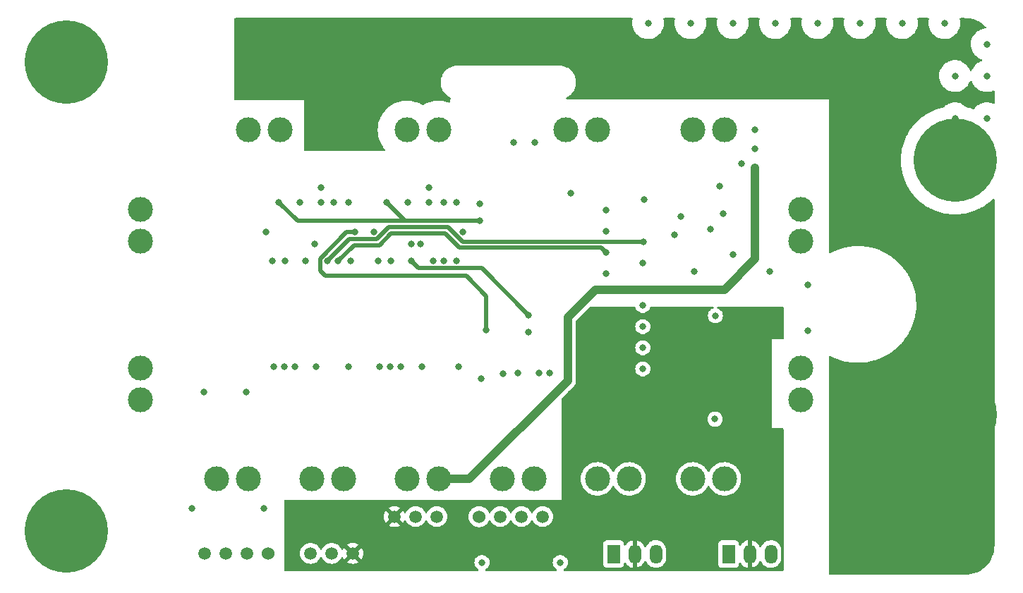
<source format=gbr>
%TF.GenerationSoftware,KiCad,Pcbnew,(6.0.1)*%
%TF.CreationDate,2023-04-21T13:11:10+03:00*%
%TF.ProjectId,Driver_Inductor,44726976-6572-45f4-996e-647563746f72,rev?*%
%TF.SameCoordinates,Original*%
%TF.FileFunction,Copper,L3,Inr*%
%TF.FilePolarity,Positive*%
%FSLAX46Y46*%
G04 Gerber Fmt 4.6, Leading zero omitted, Abs format (unit mm)*
G04 Created by KiCad (PCBNEW (6.0.1)) date 2023-04-21 13:11:10*
%MOMM*%
%LPD*%
G01*
G04 APERTURE LIST*
%TA.AperFunction,ComponentPad*%
%ADD10C,10.000000*%
%TD*%
%TA.AperFunction,ComponentPad*%
%ADD11C,1.524000*%
%TD*%
%TA.AperFunction,ComponentPad*%
%ADD12C,3.000000*%
%TD*%
%TA.AperFunction,ComponentPad*%
%ADD13R,1.500000X2.300000*%
%TD*%
%TA.AperFunction,ComponentPad*%
%ADD14O,1.500000X2.300000*%
%TD*%
%TA.AperFunction,ComponentPad*%
%ADD15C,1.500000*%
%TD*%
%TA.AperFunction,ViaPad*%
%ADD16C,0.800000*%
%TD*%
%TA.AperFunction,Conductor*%
%ADD17C,0.500000*%
%TD*%
%TA.AperFunction,Conductor*%
%ADD18C,1.000000*%
%TD*%
G04 APERTURE END LIST*
D10*
%TO.N,OUT2_Sens*%
%TO.C,J5*%
X203200000Y-79970000D03*
D11*
X200152000Y-82510000D03*
X200406000Y-77176000D03*
X205994000Y-77176000D03*
X205994000Y-82510000D03*
X207010000Y-79970000D03*
X199390000Y-79970000D03*
X203200000Y-83780000D03*
X203200000Y-75906000D03*
%TD*%
D10*
%TO.N,OUT1*%
%TO.C,J4*%
X203200000Y-110490000D03*
D11*
X200152000Y-113030000D03*
X200406000Y-107696000D03*
X205994000Y-107696000D03*
X205994000Y-113030000D03*
X207010000Y-110490000D03*
X199390000Y-110490000D03*
X203200000Y-114300000D03*
X203200000Y-106426000D03*
%TD*%
D10*
%TO.N,Net-(D20-Pad27)*%
%TO.C,J3*%
X96520000Y-124460000D03*
D11*
X93472000Y-127000000D03*
X93726000Y-121666000D03*
X99314000Y-121666000D03*
X99314000Y-127000000D03*
X100330000Y-124460000D03*
X92710000Y-124460000D03*
X96520000Y-128270000D03*
X96520000Y-120396000D03*
%TD*%
D10*
%TO.N,DESAT_H*%
%TO.C,J2*%
X96520000Y-68199000D03*
D11*
X93472000Y-70739000D03*
X93726000Y-65405000D03*
X99314000Y-65405000D03*
X99314000Y-70739000D03*
X100330000Y-68199000D03*
X92710000Y-68199000D03*
X96520000Y-72009000D03*
X96520000Y-64135000D03*
%TD*%
D12*
%TO.N,Net-(D20-Pad1)*%
%TO.C,D20*%
X114572000Y-118232000D03*
X118382000Y-118232000D03*
%TO.N,G2*%
X126002000Y-118232000D03*
%TO.N,E2*%
X129812000Y-118232000D03*
%TO.N,G3*%
X137432000Y-118232000D03*
%TO.N,E3*%
X141242000Y-118232000D03*
%TO.N,Net-(D20-Pad7)*%
X148862000Y-118232000D03*
X152672000Y-118232000D03*
%TO.N,Net-(D20-Pad10)*%
X160292000Y-118232000D03*
X164102000Y-118232000D03*
%TO.N,Net-(D20-Pad11)*%
X171722000Y-118232000D03*
X175532000Y-118232000D03*
%TO.N,unconnected-(D20-Pad13)*%
X184652000Y-108712000D03*
%TO.N,unconnected-(D20-Pad14)*%
X184652000Y-104902000D03*
%TO.N,unconnected-(D20-Pad15)*%
X184652000Y-89662000D03*
%TO.N,unconnected-(D20-Pad16)*%
X184652000Y-85852000D03*
%TO.N,NTC1*%
X175532000Y-76332000D03*
%TO.N,NTC2*%
X171722000Y-76332000D03*
%TO.N,unconnected-(D20-Pad19)*%
X160292000Y-76332000D03*
%TO.N,unconnected-(D20-Pad20)*%
X156482000Y-76332000D03*
%TO.N,OUT2*%
X141242000Y-76332000D03*
X137432000Y-76332000D03*
%TO.N,OUT1*%
X122192000Y-76332000D03*
X118382000Y-76332000D03*
%TO.N,DESAT_H*%
X105452000Y-85852000D03*
X105452000Y-89662000D03*
%TO.N,Net-(D20-Pad27)*%
X105452000Y-104902000D03*
X105452000Y-108712000D03*
%TD*%
D13*
%TO.N,+15V*%
%TO.C,U1*%
X162217500Y-127254000D03*
D14*
%TO.N,GND*%
X164757500Y-127254000D03*
%TO.N,+3V3*%
X167297500Y-127254000D03*
%TD*%
D15*
%TO.N,GND*%
%TO.C,D16*%
X135928500Y-122758000D03*
%TO.N,+15V*%
X138468500Y-122758000D03*
%TO.N,unconnected-(D16-Pad3)*%
X141008500Y-122758000D03*
D11*
%TO.N,N/C*%
X146088500Y-122758000D03*
D15*
%TO.N,+15V_H1*%
X148628500Y-122758000D03*
%TO.N,E3*%
X151168500Y-122758000D03*
%TO.N,-15V_H1*%
X153708500Y-122758000D03*
%TD*%
D13*
%TO.N,+15V*%
%TO.C,U2*%
X176026500Y-127258500D03*
D14*
%TO.N,GND*%
X178566500Y-127258500D03*
%TO.N,+5V*%
X181106500Y-127258500D03*
%TD*%
D15*
%TO.N,GND*%
%TO.C,D15*%
X130937000Y-127179000D03*
%TO.N,+15V*%
X128397000Y-127179000D03*
%TO.N,unconnected-(D15-Pad3)*%
X125857000Y-127179000D03*
D11*
%TO.N,N/C*%
X120777000Y-127179000D03*
D15*
%TO.N,+15V_L1*%
X118237000Y-127179000D03*
%TO.N,E2*%
X115697000Y-127179000D03*
%TO.N,-15V_L1*%
X113157000Y-127179000D03*
%TD*%
D16*
%TO.N,OUT2_Sens*%
X203200000Y-69850000D03*
%TO.N,OUT1*%
X191770000Y-73660000D03*
X191770000Y-77470000D03*
X196850000Y-91440000D03*
X191770000Y-88900000D03*
X191770000Y-85090000D03*
X191770000Y-81280000D03*
X186690000Y-71120000D03*
X181610000Y-71120000D03*
X176530000Y-71120000D03*
X171450000Y-71120000D03*
X166370000Y-71120000D03*
X161290000Y-71120000D03*
%TO.N,OUT2_Sens*%
X203200000Y-74930000D03*
X207010000Y-74930000D03*
X207010000Y-69850000D03*
X207010000Y-66040000D03*
X201930000Y-63500000D03*
X196850000Y-63500000D03*
X191770000Y-63500000D03*
X186690000Y-63500000D03*
X181610000Y-63500000D03*
X176530000Y-63500000D03*
X171450000Y-63500000D03*
X166370000Y-63500000D03*
%TO.N,OUT1*%
X191770000Y-111760000D03*
X191770000Y-116840000D03*
X191770000Y-127000000D03*
X191770000Y-121920000D03*
X196850000Y-127000000D03*
X201930000Y-127000000D03*
X207010000Y-127000000D03*
X207010000Y-121920000D03*
X201930000Y-121920000D03*
X128270000Y-76200000D03*
%TO.N,+5V*%
X152781000Y-77851000D03*
%TO.N,Current*%
X150241000Y-77851000D03*
%TO.N,GND*%
X179679600Y-99898200D03*
X133985000Y-92075000D03*
X171907200Y-93303600D03*
X139065000Y-90006300D03*
X126365000Y-90031700D03*
X171856400Y-105470200D03*
X121285000Y-92075000D03*
X143383000Y-92075000D03*
X161290000Y-98679000D03*
X161290000Y-85979000D03*
X128676400Y-85039200D03*
X130683000Y-92075000D03*
X157073600Y-108000800D03*
X161290000Y-103759000D03*
X146304000Y-106172000D03*
X141833600Y-85013800D03*
X161290000Y-106299000D03*
X161290000Y-88519000D03*
X161290000Y-101219000D03*
%TO.N,Net-(C3-Pad2)*%
X120548400Y-88595200D03*
%TO.N,Net-(C4-Pad2)*%
X133451600Y-88569800D03*
%TO.N,Net-(C5-Pad1)*%
X135382000Y-104775000D03*
X113030000Y-107823000D03*
%TO.N,Net-(C6-Pad1)*%
X118110000Y-107823000D03*
X122682000Y-104775000D03*
%TO.N,E2*%
X123952000Y-104775000D03*
%TO.N,FLT_L1*%
X151993600Y-100634800D03*
X127152400Y-83261200D03*
X125222000Y-92075000D03*
%TO.N,RDY_L1*%
X131216400Y-88595200D03*
X146913600Y-100330000D03*
%TO.N,FLT_H1*%
X140055600Y-83235800D03*
X137922000Y-90043000D03*
X152019000Y-98552000D03*
X137922000Y-92075000D03*
%TO.N,RDY_H1*%
X144119600Y-88569800D03*
%TO.N,Net-(C11-Pad1)*%
X154533600Y-105562400D03*
%TO.N,Net-(C12-Pad1)*%
X148932900Y-105575100D03*
%TO.N,Net-(C13-Pad1)*%
X153263600Y-105562400D03*
%TO.N,Net-(C14-Pad1)*%
X150723600Y-105562400D03*
%TO.N,+15V*%
X165735000Y-105029000D03*
X165735000Y-99949000D03*
X165735000Y-97409000D03*
X165735000Y-102489000D03*
%TO.N,+15V_L1*%
X120269000Y-121793000D03*
X126492000Y-104775000D03*
%TO.N,-15V_L1*%
X130429000Y-104775000D03*
X111633000Y-121793000D03*
X121412537Y-104745642D03*
%TO.N,+15V_H1*%
X146431000Y-128270000D03*
X139192000Y-104775000D03*
%TO.N,-15V_H1*%
X134112000Y-104775000D03*
X177546000Y-80416400D03*
X175361600Y-86360000D03*
X143637000Y-104775000D03*
X176530000Y-91313000D03*
X180975000Y-93345000D03*
X179197000Y-76327000D03*
X155829000Y-128270000D03*
%TO.N,Current*%
X165862000Y-84709000D03*
%TO.N,+3.3VA*%
X179197000Y-78613000D03*
X170307000Y-86741000D03*
X185521600Y-94945200D03*
X174955200Y-83108800D03*
%TO.N,Net-(C33-Pad1)*%
X173857500Y-88270500D03*
%TO.N,Net-(C33-Pad2)*%
X169545000Y-88900000D03*
%TO.N,PWM2_P*%
X161290000Y-91059000D03*
X129159000Y-92075000D03*
%TO.N,PWM2_N*%
X127889000Y-92075000D03*
X165775001Y-89789000D03*
%TO.N,PWM1_P*%
X161290000Y-93599000D03*
X141859000Y-92075000D03*
%TO.N,PWM1_N*%
X140589000Y-92075000D03*
X165735000Y-92329000D03*
%TO.N,Net-(D9-Pad2)*%
X124612400Y-85039200D03*
%TO.N,Net-(D10-Pad2)*%
X127152400Y-85039200D03*
%TO.N,Net-(D11-Pad2)*%
X137515600Y-85013800D03*
%TO.N,Net-(D12-Pad2)*%
X140055600Y-85013800D03*
%TO.N,+3V3*%
X146177000Y-85217000D03*
X143357600Y-85013800D03*
X122809000Y-92075000D03*
X174396400Y-111058200D03*
X174447200Y-98637600D03*
X135509000Y-92075000D03*
X185547000Y-100457000D03*
X130454400Y-85039200D03*
%TO.N,RST_H1*%
X146202400Y-87274400D03*
X122072400Y-85039200D03*
X134975600Y-85013800D03*
%TO.N,Net-(C37-Pad1)*%
X157124400Y-83972400D03*
%TO.N,E3*%
X136652000Y-104775000D03*
X179197000Y-80899000D03*
%TO.N,OUT1*%
X120650000Y-66040000D03*
X120650000Y-71120000D03*
X207010000Y-101600000D03*
X196850000Y-106680000D03*
X207010000Y-116840000D03*
X124460000Y-66040000D03*
X124460000Y-71120000D03*
X196850000Y-116840000D03*
X207010000Y-91440000D03*
X128270000Y-71120000D03*
X128270000Y-66040000D03*
X201930000Y-96520000D03*
X196850000Y-121920000D03*
X207010000Y-96520000D03*
X201930000Y-101600000D03*
X201930000Y-91440000D03*
%TD*%
D17*
%TO.N,RDY_L1*%
X127000000Y-91762609D02*
X130167409Y-88595200D01*
X130167409Y-88595200D02*
X131216400Y-88595200D01*
X146939000Y-100304600D02*
X146939000Y-96266000D01*
X144526000Y-93853000D02*
X127635000Y-93853000D01*
X146939000Y-96266000D02*
X144526000Y-93853000D01*
X146913600Y-100330000D02*
X146939000Y-100304600D01*
X127000000Y-93218000D02*
X127000000Y-91762609D01*
X127635000Y-93853000D02*
X127000000Y-93218000D01*
%TO.N,FLT_H1*%
X138771511Y-92924511D02*
X137922000Y-92075000D01*
X152019000Y-98552000D02*
X146391511Y-92924511D01*
X146391511Y-92924511D02*
X138771511Y-92924511D01*
%TO.N,PWM2_P*%
X160719519Y-90488519D02*
X161290000Y-91059000D01*
X134112000Y-90170000D02*
X135509000Y-88773000D01*
X129159000Y-92075000D02*
X131064000Y-90170000D01*
X144427160Y-90488519D02*
X160719519Y-90488519D01*
X143701520Y-90488520D02*
X144427160Y-90488519D01*
X131064000Y-90170000D02*
X134112000Y-90170000D01*
X141986000Y-88773000D02*
X143701520Y-90488520D01*
X135509000Y-88773000D02*
X141986000Y-88773000D01*
%TO.N,PWM2_N*%
X142359409Y-88011000D02*
X135211791Y-88011000D01*
X130519289Y-89444711D02*
X127889000Y-92075000D01*
X133778080Y-89444711D02*
X130519289Y-89444711D01*
X144137409Y-89789000D02*
X142359409Y-88011000D01*
X165775001Y-89789000D02*
X144137409Y-89789000D01*
X135211791Y-88011000D02*
X133778080Y-89444711D01*
%TO.N,RST_H1*%
X124307600Y-87274400D02*
X137566400Y-87274400D01*
X146202400Y-87274400D02*
X137566400Y-87274400D01*
X122072400Y-85039200D02*
X124307600Y-87274400D01*
X137566400Y-87274400D02*
X137236200Y-87274400D01*
X137236200Y-87274400D02*
X134975600Y-85013800D01*
D18*
%TO.N,E3*%
X175514000Y-95504000D02*
X179197000Y-91821000D01*
X141242000Y-118232000D02*
X144912000Y-118232000D01*
X144912000Y-118232000D02*
X156718000Y-106426000D01*
X179197000Y-91821000D02*
X179197000Y-80899000D01*
X156718000Y-98806000D02*
X160020000Y-95504000D01*
X160020000Y-95504000D02*
X175514000Y-95504000D01*
X156718000Y-106426000D02*
X156718000Y-98806000D01*
%TD*%
%TA.AperFunction,Conductor*%
%TO.N,OUT1*%
G36*
X164064955Y-62890001D02*
G01*
X164402041Y-62890001D01*
X164470162Y-62910003D01*
X164516655Y-62963659D01*
X164526759Y-63033933D01*
X164524325Y-63046375D01*
X164493017Y-63172414D01*
X164465585Y-63440151D01*
X164465760Y-63444602D01*
X164472763Y-63622820D01*
X164476152Y-63709083D01*
X164524505Y-63973843D01*
X164609682Y-64229148D01*
X164729981Y-64469905D01*
X164883003Y-64691309D01*
X164886025Y-64694578D01*
X165062679Y-64885682D01*
X165062684Y-64885687D01*
X165065695Y-64888944D01*
X165274411Y-65058866D01*
X165278229Y-65061165D01*
X165278231Y-65061166D01*
X165501170Y-65195386D01*
X165504987Y-65197684D01*
X165509082Y-65199418D01*
X165509084Y-65199419D01*
X165748721Y-65300892D01*
X165748728Y-65300894D01*
X165752822Y-65302628D01*
X165848710Y-65328052D01*
X166008675Y-65370467D01*
X166008680Y-65370468D01*
X166012972Y-65371606D01*
X166017381Y-65372128D01*
X166017387Y-65372129D01*
X166166289Y-65389752D01*
X166280245Y-65403240D01*
X166549310Y-65396899D01*
X166553708Y-65396167D01*
X166810406Y-65353441D01*
X166810410Y-65353440D01*
X166814796Y-65352710D01*
X166819037Y-65351369D01*
X166819040Y-65351368D01*
X167067162Y-65272897D01*
X167067164Y-65272896D01*
X167071408Y-65271554D01*
X167075419Y-65269628D01*
X167075424Y-65269626D01*
X167310006Y-65156981D01*
X167310007Y-65156980D01*
X167314025Y-65155051D01*
X167317731Y-65152575D01*
X167534098Y-65008004D01*
X167534102Y-65008001D01*
X167537806Y-65005526D01*
X167541123Y-65002555D01*
X167541127Y-65002552D01*
X167734970Y-64828931D01*
X167738286Y-64825961D01*
X167798274Y-64754597D01*
X167908601Y-64623348D01*
X167908606Y-64623342D01*
X167911465Y-64619940D01*
X168053887Y-64391572D01*
X168162712Y-64145416D01*
X168235767Y-63886382D01*
X168271595Y-63619638D01*
X168275355Y-63500000D01*
X168256347Y-63231533D01*
X168255411Y-63227184D01*
X168255408Y-63227165D01*
X168215654Y-63042521D01*
X168220870Y-62971716D01*
X168263538Y-62914972D01*
X168330111Y-62890303D01*
X168338831Y-62890001D01*
X169482041Y-62890001D01*
X169550162Y-62910003D01*
X169596655Y-62963659D01*
X169606759Y-63033933D01*
X169604325Y-63046375D01*
X169573017Y-63172414D01*
X169545585Y-63440151D01*
X169545760Y-63444602D01*
X169552763Y-63622820D01*
X169556152Y-63709083D01*
X169604505Y-63973843D01*
X169689682Y-64229148D01*
X169809981Y-64469905D01*
X169963003Y-64691309D01*
X169966025Y-64694578D01*
X170142679Y-64885682D01*
X170142684Y-64885687D01*
X170145695Y-64888944D01*
X170354411Y-65058866D01*
X170358229Y-65061165D01*
X170358231Y-65061166D01*
X170581170Y-65195386D01*
X170584987Y-65197684D01*
X170589082Y-65199418D01*
X170589084Y-65199419D01*
X170828721Y-65300892D01*
X170828728Y-65300894D01*
X170832822Y-65302628D01*
X170928710Y-65328052D01*
X171088675Y-65370467D01*
X171088680Y-65370468D01*
X171092972Y-65371606D01*
X171097381Y-65372128D01*
X171097387Y-65372129D01*
X171246289Y-65389752D01*
X171360245Y-65403240D01*
X171629310Y-65396899D01*
X171633708Y-65396167D01*
X171890406Y-65353441D01*
X171890410Y-65353440D01*
X171894796Y-65352710D01*
X171899037Y-65351369D01*
X171899040Y-65351368D01*
X172147162Y-65272897D01*
X172147164Y-65272896D01*
X172151408Y-65271554D01*
X172155419Y-65269628D01*
X172155424Y-65269626D01*
X172390006Y-65156981D01*
X172390007Y-65156980D01*
X172394025Y-65155051D01*
X172397731Y-65152575D01*
X172614098Y-65008004D01*
X172614102Y-65008001D01*
X172617806Y-65005526D01*
X172621123Y-65002555D01*
X172621127Y-65002552D01*
X172814970Y-64828931D01*
X172818286Y-64825961D01*
X172878274Y-64754597D01*
X172988601Y-64623348D01*
X172988606Y-64623342D01*
X172991465Y-64619940D01*
X173133887Y-64391572D01*
X173242712Y-64145416D01*
X173315767Y-63886382D01*
X173351595Y-63619638D01*
X173355355Y-63500000D01*
X173336347Y-63231533D01*
X173335411Y-63227184D01*
X173335408Y-63227165D01*
X173295654Y-63042521D01*
X173300870Y-62971716D01*
X173343538Y-62914972D01*
X173410111Y-62890303D01*
X173418831Y-62890001D01*
X174562041Y-62890001D01*
X174630162Y-62910003D01*
X174676655Y-62963659D01*
X174686759Y-63033933D01*
X174684325Y-63046375D01*
X174653017Y-63172414D01*
X174625585Y-63440151D01*
X174625760Y-63444602D01*
X174632763Y-63622820D01*
X174636152Y-63709083D01*
X174684505Y-63973843D01*
X174769682Y-64229148D01*
X174889981Y-64469905D01*
X175043003Y-64691309D01*
X175046025Y-64694578D01*
X175222679Y-64885682D01*
X175222684Y-64885687D01*
X175225695Y-64888944D01*
X175434411Y-65058866D01*
X175438229Y-65061165D01*
X175438231Y-65061166D01*
X175661170Y-65195386D01*
X175664987Y-65197684D01*
X175669082Y-65199418D01*
X175669084Y-65199419D01*
X175908721Y-65300892D01*
X175908728Y-65300894D01*
X175912822Y-65302628D01*
X176008710Y-65328052D01*
X176168675Y-65370467D01*
X176168680Y-65370468D01*
X176172972Y-65371606D01*
X176177381Y-65372128D01*
X176177387Y-65372129D01*
X176326289Y-65389752D01*
X176440245Y-65403240D01*
X176709310Y-65396899D01*
X176713708Y-65396167D01*
X176970406Y-65353441D01*
X176970410Y-65353440D01*
X176974796Y-65352710D01*
X176979037Y-65351369D01*
X176979040Y-65351368D01*
X177227162Y-65272897D01*
X177227164Y-65272896D01*
X177231408Y-65271554D01*
X177235419Y-65269628D01*
X177235424Y-65269626D01*
X177470006Y-65156981D01*
X177470007Y-65156980D01*
X177474025Y-65155051D01*
X177477731Y-65152575D01*
X177694098Y-65008004D01*
X177694102Y-65008001D01*
X177697806Y-65005526D01*
X177701123Y-65002555D01*
X177701127Y-65002552D01*
X177894970Y-64828931D01*
X177898286Y-64825961D01*
X177958274Y-64754597D01*
X178068601Y-64623348D01*
X178068606Y-64623342D01*
X178071465Y-64619940D01*
X178213887Y-64391572D01*
X178322712Y-64145416D01*
X178395767Y-63886382D01*
X178431595Y-63619638D01*
X178435355Y-63500000D01*
X178416347Y-63231533D01*
X178415411Y-63227184D01*
X178415408Y-63227165D01*
X178375654Y-63042521D01*
X178380870Y-62971716D01*
X178423538Y-62914972D01*
X178490111Y-62890303D01*
X178498831Y-62890001D01*
X179642041Y-62890001D01*
X179710162Y-62910003D01*
X179756655Y-62963659D01*
X179766759Y-63033933D01*
X179764325Y-63046375D01*
X179733017Y-63172414D01*
X179705585Y-63440151D01*
X179705760Y-63444602D01*
X179712763Y-63622820D01*
X179716152Y-63709083D01*
X179764505Y-63973843D01*
X179849682Y-64229148D01*
X179969981Y-64469905D01*
X180123003Y-64691309D01*
X180126025Y-64694578D01*
X180302679Y-64885682D01*
X180302684Y-64885687D01*
X180305695Y-64888944D01*
X180514411Y-65058866D01*
X180518229Y-65061165D01*
X180518231Y-65061166D01*
X180741170Y-65195386D01*
X180744987Y-65197684D01*
X180749082Y-65199418D01*
X180749084Y-65199419D01*
X180988721Y-65300892D01*
X180988728Y-65300894D01*
X180992822Y-65302628D01*
X181088710Y-65328052D01*
X181248675Y-65370467D01*
X181248680Y-65370468D01*
X181252972Y-65371606D01*
X181257381Y-65372128D01*
X181257387Y-65372129D01*
X181406289Y-65389752D01*
X181520245Y-65403240D01*
X181789310Y-65396899D01*
X181793708Y-65396167D01*
X182050406Y-65353441D01*
X182050410Y-65353440D01*
X182054796Y-65352710D01*
X182059037Y-65351369D01*
X182059040Y-65351368D01*
X182307162Y-65272897D01*
X182307164Y-65272896D01*
X182311408Y-65271554D01*
X182315419Y-65269628D01*
X182315424Y-65269626D01*
X182550006Y-65156981D01*
X182550007Y-65156980D01*
X182554025Y-65155051D01*
X182557731Y-65152575D01*
X182774098Y-65008004D01*
X182774102Y-65008001D01*
X182777806Y-65005526D01*
X182781123Y-65002555D01*
X182781127Y-65002552D01*
X182974970Y-64828931D01*
X182978286Y-64825961D01*
X183038274Y-64754597D01*
X183148601Y-64623348D01*
X183148606Y-64623342D01*
X183151465Y-64619940D01*
X183293887Y-64391572D01*
X183402712Y-64145416D01*
X183475767Y-63886382D01*
X183511595Y-63619638D01*
X183515355Y-63500000D01*
X183496347Y-63231533D01*
X183495411Y-63227184D01*
X183495408Y-63227165D01*
X183455654Y-63042521D01*
X183460870Y-62971716D01*
X183503538Y-62914972D01*
X183570111Y-62890303D01*
X183578831Y-62890001D01*
X184722041Y-62890001D01*
X184790162Y-62910003D01*
X184836655Y-62963659D01*
X184846759Y-63033933D01*
X184844325Y-63046375D01*
X184813017Y-63172414D01*
X184785585Y-63440151D01*
X184785760Y-63444602D01*
X184792763Y-63622820D01*
X184796152Y-63709083D01*
X184844505Y-63973843D01*
X184929682Y-64229148D01*
X185049981Y-64469905D01*
X185203003Y-64691309D01*
X185206025Y-64694578D01*
X185382679Y-64885682D01*
X185382684Y-64885687D01*
X185385695Y-64888944D01*
X185594411Y-65058866D01*
X185598229Y-65061165D01*
X185598231Y-65061166D01*
X185821170Y-65195386D01*
X185824987Y-65197684D01*
X185829082Y-65199418D01*
X185829084Y-65199419D01*
X186068721Y-65300892D01*
X186068728Y-65300894D01*
X186072822Y-65302628D01*
X186168710Y-65328052D01*
X186328675Y-65370467D01*
X186328680Y-65370468D01*
X186332972Y-65371606D01*
X186337381Y-65372128D01*
X186337387Y-65372129D01*
X186486289Y-65389752D01*
X186600245Y-65403240D01*
X186869310Y-65396899D01*
X186873708Y-65396167D01*
X187130406Y-65353441D01*
X187130410Y-65353440D01*
X187134796Y-65352710D01*
X187139037Y-65351369D01*
X187139040Y-65351368D01*
X187387162Y-65272897D01*
X187387164Y-65272896D01*
X187391408Y-65271554D01*
X187395419Y-65269628D01*
X187395424Y-65269626D01*
X187630006Y-65156981D01*
X187630007Y-65156980D01*
X187634025Y-65155051D01*
X187637731Y-65152575D01*
X187854098Y-65008004D01*
X187854102Y-65008001D01*
X187857806Y-65005526D01*
X187861123Y-65002555D01*
X187861127Y-65002552D01*
X188054970Y-64828931D01*
X188058286Y-64825961D01*
X188118274Y-64754597D01*
X188228601Y-64623348D01*
X188228606Y-64623342D01*
X188231465Y-64619940D01*
X188373887Y-64391572D01*
X188482712Y-64145416D01*
X188555767Y-63886382D01*
X188591595Y-63619638D01*
X188595355Y-63500000D01*
X188576347Y-63231533D01*
X188575411Y-63227184D01*
X188575408Y-63227165D01*
X188535654Y-63042521D01*
X188540870Y-62971716D01*
X188583538Y-62914972D01*
X188650111Y-62890303D01*
X188658831Y-62890001D01*
X189802041Y-62890001D01*
X189870162Y-62910003D01*
X189916655Y-62963659D01*
X189926759Y-63033933D01*
X189924325Y-63046375D01*
X189893017Y-63172414D01*
X189865585Y-63440151D01*
X189865760Y-63444602D01*
X189872763Y-63622820D01*
X189876152Y-63709083D01*
X189924505Y-63973843D01*
X190009682Y-64229148D01*
X190129981Y-64469905D01*
X190283003Y-64691309D01*
X190286025Y-64694578D01*
X190462679Y-64885682D01*
X190462684Y-64885687D01*
X190465695Y-64888944D01*
X190674411Y-65058866D01*
X190678229Y-65061165D01*
X190678231Y-65061166D01*
X190901170Y-65195386D01*
X190904987Y-65197684D01*
X190909082Y-65199418D01*
X190909084Y-65199419D01*
X191148721Y-65300892D01*
X191148728Y-65300894D01*
X191152822Y-65302628D01*
X191248710Y-65328052D01*
X191408675Y-65370467D01*
X191408680Y-65370468D01*
X191412972Y-65371606D01*
X191417381Y-65372128D01*
X191417387Y-65372129D01*
X191566289Y-65389752D01*
X191680245Y-65403240D01*
X191949310Y-65396899D01*
X191953708Y-65396167D01*
X192210406Y-65353441D01*
X192210410Y-65353440D01*
X192214796Y-65352710D01*
X192219037Y-65351369D01*
X192219040Y-65351368D01*
X192467162Y-65272897D01*
X192467164Y-65272896D01*
X192471408Y-65271554D01*
X192475419Y-65269628D01*
X192475424Y-65269626D01*
X192710006Y-65156981D01*
X192710007Y-65156980D01*
X192714025Y-65155051D01*
X192717731Y-65152575D01*
X192934098Y-65008004D01*
X192934102Y-65008001D01*
X192937806Y-65005526D01*
X192941123Y-65002555D01*
X192941127Y-65002552D01*
X193134970Y-64828931D01*
X193138286Y-64825961D01*
X193198274Y-64754597D01*
X193308601Y-64623348D01*
X193308606Y-64623342D01*
X193311465Y-64619940D01*
X193453887Y-64391572D01*
X193562712Y-64145416D01*
X193635767Y-63886382D01*
X193671595Y-63619638D01*
X193675355Y-63500000D01*
X193656347Y-63231533D01*
X193655411Y-63227184D01*
X193655408Y-63227165D01*
X193615654Y-63042521D01*
X193620870Y-62971716D01*
X193663538Y-62914972D01*
X193730111Y-62890303D01*
X193738831Y-62890001D01*
X194882041Y-62890001D01*
X194950162Y-62910003D01*
X194996655Y-62963659D01*
X195006759Y-63033933D01*
X195004325Y-63046375D01*
X194973017Y-63172414D01*
X194945585Y-63440151D01*
X194945760Y-63444602D01*
X194952763Y-63622820D01*
X194956152Y-63709083D01*
X195004505Y-63973843D01*
X195089682Y-64229148D01*
X195209981Y-64469905D01*
X195363003Y-64691309D01*
X195366025Y-64694578D01*
X195542679Y-64885682D01*
X195542684Y-64885687D01*
X195545695Y-64888944D01*
X195754411Y-65058866D01*
X195758229Y-65061165D01*
X195758231Y-65061166D01*
X195981170Y-65195386D01*
X195984987Y-65197684D01*
X195989082Y-65199418D01*
X195989084Y-65199419D01*
X196228721Y-65300892D01*
X196228728Y-65300894D01*
X196232822Y-65302628D01*
X196328710Y-65328052D01*
X196488675Y-65370467D01*
X196488680Y-65370468D01*
X196492972Y-65371606D01*
X196497381Y-65372128D01*
X196497387Y-65372129D01*
X196646289Y-65389752D01*
X196760245Y-65403240D01*
X197029310Y-65396899D01*
X197033708Y-65396167D01*
X197290406Y-65353441D01*
X197290410Y-65353440D01*
X197294796Y-65352710D01*
X197299037Y-65351369D01*
X197299040Y-65351368D01*
X197547162Y-65272897D01*
X197547164Y-65272896D01*
X197551408Y-65271554D01*
X197555419Y-65269628D01*
X197555424Y-65269626D01*
X197790006Y-65156981D01*
X197790007Y-65156980D01*
X197794025Y-65155051D01*
X197797731Y-65152575D01*
X198014098Y-65008004D01*
X198014102Y-65008001D01*
X198017806Y-65005526D01*
X198021123Y-65002555D01*
X198021127Y-65002552D01*
X198214970Y-64828931D01*
X198218286Y-64825961D01*
X198278274Y-64754597D01*
X198388601Y-64623348D01*
X198388606Y-64623342D01*
X198391465Y-64619940D01*
X198533887Y-64391572D01*
X198642712Y-64145416D01*
X198715767Y-63886382D01*
X198751595Y-63619638D01*
X198755355Y-63500000D01*
X198736347Y-63231533D01*
X198735411Y-63227184D01*
X198735408Y-63227165D01*
X198695654Y-63042521D01*
X198700870Y-62971716D01*
X198743538Y-62914972D01*
X198810111Y-62890303D01*
X198818831Y-62890001D01*
X199962041Y-62890001D01*
X200030162Y-62910003D01*
X200076655Y-62963659D01*
X200086759Y-63033933D01*
X200084325Y-63046375D01*
X200053017Y-63172414D01*
X200025585Y-63440151D01*
X200025760Y-63444602D01*
X200032763Y-63622820D01*
X200036152Y-63709083D01*
X200084505Y-63973843D01*
X200169682Y-64229148D01*
X200289981Y-64469905D01*
X200443003Y-64691309D01*
X200446025Y-64694578D01*
X200622679Y-64885682D01*
X200622684Y-64885687D01*
X200625695Y-64888944D01*
X200834411Y-65058866D01*
X200838229Y-65061165D01*
X200838231Y-65061166D01*
X201061170Y-65195386D01*
X201064987Y-65197684D01*
X201069082Y-65199418D01*
X201069084Y-65199419D01*
X201308721Y-65300892D01*
X201308728Y-65300894D01*
X201312822Y-65302628D01*
X201408710Y-65328052D01*
X201568675Y-65370467D01*
X201568680Y-65370468D01*
X201572972Y-65371606D01*
X201577381Y-65372128D01*
X201577387Y-65372129D01*
X201726289Y-65389752D01*
X201840245Y-65403240D01*
X202109310Y-65396899D01*
X202113708Y-65396167D01*
X202370406Y-65353441D01*
X202370410Y-65353440D01*
X202374796Y-65352710D01*
X202379037Y-65351369D01*
X202379040Y-65351368D01*
X202627162Y-65272897D01*
X202627164Y-65272896D01*
X202631408Y-65271554D01*
X202635419Y-65269628D01*
X202635424Y-65269626D01*
X202870006Y-65156981D01*
X202870007Y-65156980D01*
X202874025Y-65155051D01*
X202877731Y-65152575D01*
X203094098Y-65008004D01*
X203094102Y-65008001D01*
X203097806Y-65005526D01*
X203101123Y-65002555D01*
X203101127Y-65002552D01*
X203294970Y-64828931D01*
X203298286Y-64825961D01*
X203358274Y-64754597D01*
X203468601Y-64623348D01*
X203468606Y-64623342D01*
X203471465Y-64619940D01*
X203613887Y-64391572D01*
X203722712Y-64145416D01*
X203795767Y-63886382D01*
X203831595Y-63619638D01*
X203835355Y-63500000D01*
X203816347Y-63231533D01*
X203815411Y-63227184D01*
X203815408Y-63227165D01*
X203775654Y-63042521D01*
X203780870Y-62971716D01*
X203823538Y-62914972D01*
X203890111Y-62890303D01*
X203898831Y-62890001D01*
X204334605Y-62890001D01*
X204347994Y-62890714D01*
X204380094Y-62894145D01*
X204380100Y-62894145D01*
X204385226Y-62894693D01*
X204390378Y-62894396D01*
X204390382Y-62894396D01*
X204439400Y-62891569D01*
X204452821Y-62891511D01*
X204759985Y-62906563D01*
X204772259Y-62907769D01*
X204936577Y-62932081D01*
X205100901Y-62956393D01*
X205112984Y-62958790D01*
X205338883Y-63015225D01*
X205435295Y-63039311D01*
X205447100Y-63042882D01*
X205760005Y-63154533D01*
X205771402Y-63159241D01*
X205924696Y-63231533D01*
X206071876Y-63300942D01*
X206082748Y-63306735D01*
X206298618Y-63435720D01*
X206367944Y-63477143D01*
X206378209Y-63483980D01*
X206645369Y-63681448D01*
X206654916Y-63689256D01*
X206901492Y-63911900D01*
X206910228Y-63920601D01*
X206923698Y-63935399D01*
X206954760Y-63999238D01*
X206946377Y-64069738D01*
X206901209Y-64124514D01*
X206837442Y-64146023D01*
X206810169Y-64147524D01*
X206771196Y-64149669D01*
X206766833Y-64150537D01*
X206766832Y-64150537D01*
X206511596Y-64201307D01*
X206511594Y-64201308D01*
X206507228Y-64202176D01*
X206253292Y-64291352D01*
X206014455Y-64415418D01*
X206010840Y-64418001D01*
X206010834Y-64418005D01*
X205905170Y-64493514D01*
X205795481Y-64571899D01*
X205792254Y-64574977D01*
X205792252Y-64574979D01*
X205666880Y-64694578D01*
X205600740Y-64757672D01*
X205434118Y-64969032D01*
X205383573Y-65056052D01*
X205301173Y-65197913D01*
X205301170Y-65197919D01*
X205298939Y-65201760D01*
X205297269Y-65205883D01*
X205217374Y-65403135D01*
X205197900Y-65451213D01*
X205133017Y-65712414D01*
X205105585Y-65980151D01*
X205116152Y-66249083D01*
X205164505Y-66513843D01*
X205249682Y-66769148D01*
X205369981Y-67009905D01*
X205523003Y-67231309D01*
X205526025Y-67234578D01*
X205702679Y-67425682D01*
X205702684Y-67425687D01*
X205705695Y-67428944D01*
X205914411Y-67598866D01*
X206144987Y-67737684D01*
X206149082Y-67739418D01*
X206149084Y-67739419D01*
X206363655Y-67830278D01*
X206418584Y-67875259D01*
X206440475Y-67942797D01*
X206422377Y-68011448D01*
X206370037Y-68059417D01*
X206356272Y-68065188D01*
X206253292Y-68101352D01*
X206014455Y-68225418D01*
X206010840Y-68228001D01*
X206010834Y-68228005D01*
X205965793Y-68260192D01*
X205795481Y-68381899D01*
X205600740Y-68567672D01*
X205434118Y-68779032D01*
X205402785Y-68832976D01*
X205301173Y-69007913D01*
X205301170Y-69007919D01*
X205298939Y-69011760D01*
X205297269Y-69015883D01*
X205221099Y-69203938D01*
X205176986Y-69259567D01*
X205109801Y-69282517D01*
X205040874Y-69265499D01*
X204992089Y-69213919D01*
X204986103Y-69200247D01*
X204938088Y-69070097D01*
X204936547Y-69065919D01*
X204928353Y-69050732D01*
X204810857Y-68832976D01*
X204808744Y-68829060D01*
X204694174Y-68673944D01*
X204651492Y-68616157D01*
X204651489Y-68616154D01*
X204648843Y-68612571D01*
X204460034Y-68420772D01*
X204246083Y-68257490D01*
X204193434Y-68228005D01*
X204015147Y-68128159D01*
X204015144Y-68128158D01*
X204011261Y-68125983D01*
X204007122Y-68124382D01*
X204007114Y-68124378D01*
X203821566Y-68052596D01*
X203760251Y-68028875D01*
X203755926Y-68027872D01*
X203755921Y-68027871D01*
X203611864Y-67994481D01*
X203498063Y-67968103D01*
X203229928Y-67944880D01*
X203225493Y-67945124D01*
X203225489Y-67945124D01*
X203116324Y-67951132D01*
X202961196Y-67959669D01*
X202956833Y-67960537D01*
X202956832Y-67960537D01*
X202701596Y-68011307D01*
X202701594Y-68011308D01*
X202697228Y-68012176D01*
X202443292Y-68101352D01*
X202204455Y-68225418D01*
X202200840Y-68228001D01*
X202200834Y-68228005D01*
X202155793Y-68260192D01*
X201985481Y-68381899D01*
X201790740Y-68567672D01*
X201624118Y-68779032D01*
X201592785Y-68832976D01*
X201491173Y-69007913D01*
X201491170Y-69007919D01*
X201488939Y-69011760D01*
X201487269Y-69015883D01*
X201397209Y-69238231D01*
X201387900Y-69261213D01*
X201323017Y-69522414D01*
X201295585Y-69790151D01*
X201306152Y-70059083D01*
X201354505Y-70323843D01*
X201439682Y-70579148D01*
X201559981Y-70819905D01*
X201713003Y-71041309D01*
X201716025Y-71044578D01*
X201892679Y-71235682D01*
X201892684Y-71235687D01*
X201895695Y-71238944D01*
X202104411Y-71408866D01*
X202108229Y-71411165D01*
X202108231Y-71411166D01*
X202318850Y-71537969D01*
X202334987Y-71547684D01*
X202339082Y-71549418D01*
X202339084Y-71549419D01*
X202578721Y-71650892D01*
X202578728Y-71650894D01*
X202582822Y-71652628D01*
X202660711Y-71673280D01*
X202838675Y-71720467D01*
X202838680Y-71720468D01*
X202842972Y-71721606D01*
X202847381Y-71722128D01*
X202847387Y-71722129D01*
X202996289Y-71739752D01*
X203110245Y-71753240D01*
X203379310Y-71746899D01*
X203383708Y-71746167D01*
X203640406Y-71703441D01*
X203640410Y-71703440D01*
X203644796Y-71702710D01*
X203649037Y-71701369D01*
X203649040Y-71701368D01*
X203897162Y-71622897D01*
X203897164Y-71622896D01*
X203901408Y-71621554D01*
X203905419Y-71619628D01*
X203905424Y-71619626D01*
X204140006Y-71506981D01*
X204140007Y-71506980D01*
X204144025Y-71505051D01*
X204147731Y-71502575D01*
X204364098Y-71358004D01*
X204364102Y-71358001D01*
X204367806Y-71355526D01*
X204371123Y-71352555D01*
X204371127Y-71352552D01*
X204564970Y-71178931D01*
X204568286Y-71175961D01*
X204581180Y-71160622D01*
X204738601Y-70973348D01*
X204738606Y-70973342D01*
X204741465Y-70969940D01*
X204883887Y-70741572D01*
X204991552Y-70498040D01*
X205037390Y-70443825D01*
X205105263Y-70422997D01*
X205173621Y-70442171D01*
X205220762Y-70495259D01*
X205226316Y-70509112D01*
X205249682Y-70579148D01*
X205369981Y-70819905D01*
X205523003Y-71041309D01*
X205526025Y-71044578D01*
X205702679Y-71235682D01*
X205702684Y-71235687D01*
X205705695Y-71238944D01*
X205914411Y-71408866D01*
X205918229Y-71411165D01*
X205918231Y-71411166D01*
X206128850Y-71537969D01*
X206144987Y-71547684D01*
X206149082Y-71549418D01*
X206149084Y-71549419D01*
X206388721Y-71650892D01*
X206388728Y-71650894D01*
X206392822Y-71652628D01*
X206470711Y-71673280D01*
X206648675Y-71720467D01*
X206648680Y-71720468D01*
X206652972Y-71721606D01*
X206657381Y-71722128D01*
X206657387Y-71722129D01*
X206806289Y-71739752D01*
X206920245Y-71753240D01*
X207189310Y-71746899D01*
X207193708Y-71746167D01*
X207450406Y-71703441D01*
X207450410Y-71703440D01*
X207454796Y-71702710D01*
X207459037Y-71701369D01*
X207459040Y-71701368D01*
X207707162Y-71622897D01*
X207707164Y-71622896D01*
X207711408Y-71621554D01*
X207761459Y-71597520D01*
X207831524Y-71586063D01*
X207896661Y-71614305D01*
X207936189Y-71673280D01*
X207942000Y-71711103D01*
X207942000Y-73068847D01*
X207921998Y-73136968D01*
X207868342Y-73183461D01*
X207798068Y-73193565D01*
X207770538Y-73186360D01*
X207763045Y-73183461D01*
X207570251Y-73108875D01*
X207565926Y-73107872D01*
X207565921Y-73107871D01*
X207421864Y-73074481D01*
X207308063Y-73048103D01*
X207039928Y-73024880D01*
X207035493Y-73025124D01*
X207035489Y-73025124D01*
X206926324Y-73031132D01*
X206771196Y-73039669D01*
X206766833Y-73040537D01*
X206766832Y-73040537D01*
X206511596Y-73091307D01*
X206511594Y-73091308D01*
X206507228Y-73092176D01*
X206253292Y-73181352D01*
X206014455Y-73305418D01*
X206010840Y-73308001D01*
X206010834Y-73308005D01*
X205965793Y-73340192D01*
X205795481Y-73461899D01*
X205792254Y-73464977D01*
X205792252Y-73464979D01*
X205626637Y-73622968D01*
X205600740Y-73647672D01*
X205597984Y-73651168D01*
X205486871Y-73792114D01*
X205428990Y-73833227D01*
X205358070Y-73836521D01*
X205344311Y-73832320D01*
X205212651Y-73783748D01*
X205212633Y-73783742D01*
X205210315Y-73782887D01*
X205207931Y-73782215D01*
X205207926Y-73782213D01*
X205004943Y-73724966D01*
X204718683Y-73644232D01*
X204660013Y-73632562D01*
X204610683Y-73622749D01*
X204545473Y-73587563D01*
X204463165Y-73503953D01*
X204460034Y-73500772D01*
X204246083Y-73337490D01*
X204193434Y-73308005D01*
X204015147Y-73208159D01*
X204015144Y-73208158D01*
X204011261Y-73205983D01*
X204007122Y-73204382D01*
X204007114Y-73204378D01*
X203811136Y-73128561D01*
X203760251Y-73108875D01*
X203755926Y-73107872D01*
X203755921Y-73107871D01*
X203611864Y-73074481D01*
X203498063Y-73048103D01*
X203229928Y-73024880D01*
X203225493Y-73025124D01*
X203225489Y-73025124D01*
X203116324Y-73031132D01*
X202961196Y-73039669D01*
X202956833Y-73040537D01*
X202956832Y-73040537D01*
X202701596Y-73091307D01*
X202701594Y-73091308D01*
X202697228Y-73092176D01*
X202443292Y-73181352D01*
X202204455Y-73305418D01*
X202200840Y-73308001D01*
X202200834Y-73308005D01*
X202155793Y-73340192D01*
X201985481Y-73461899D01*
X201982254Y-73464977D01*
X201982252Y-73464979D01*
X201947568Y-73498066D01*
X201853751Y-73587563D01*
X201850610Y-73590559D01*
X201788221Y-73622967D01*
X201681317Y-73644232D01*
X201678941Y-73644902D01*
X201678929Y-73644905D01*
X201192074Y-73782213D01*
X201192069Y-73782215D01*
X201189685Y-73782887D01*
X200710447Y-73959687D01*
X200708212Y-73960717D01*
X200708208Y-73960719D01*
X200594394Y-74013188D01*
X200246558Y-74173543D01*
X200244419Y-74174741D01*
X200244409Y-74174746D01*
X200076003Y-74269058D01*
X199800877Y-74423136D01*
X199798824Y-74424508D01*
X199798822Y-74424509D01*
X199393943Y-74695041D01*
X199376154Y-74706927D01*
X199288785Y-74775803D01*
X199009960Y-74995611D01*
X198975005Y-75023167D01*
X198973191Y-75024844D01*
X198973185Y-75024849D01*
X198756047Y-75225570D01*
X198599906Y-75369906D01*
X198598243Y-75371705D01*
X198344990Y-75645672D01*
X198253167Y-75745005D01*
X198251635Y-75746948D01*
X198251631Y-75746953D01*
X198095047Y-75945580D01*
X197936927Y-76146154D01*
X197935550Y-76148215D01*
X197935547Y-76148219D01*
X197654609Y-76568672D01*
X197653136Y-76570877D01*
X197536004Y-76780032D01*
X197405670Y-77012760D01*
X197403543Y-77016558D01*
X197189687Y-77480447D01*
X197012887Y-77959685D01*
X197012215Y-77962069D01*
X197012213Y-77962074D01*
X196878863Y-78434898D01*
X196874232Y-78451317D01*
X196873751Y-78453737D01*
X196873748Y-78453748D01*
X196832383Y-78661706D01*
X196774578Y-78952313D01*
X196714538Y-79459583D01*
X196694484Y-79970000D01*
X196714538Y-80480417D01*
X196714827Y-80482862D01*
X196714828Y-80482870D01*
X196731708Y-80625483D01*
X196774578Y-80987687D01*
X196775061Y-80990114D01*
X196873344Y-81484218D01*
X196874232Y-81488683D01*
X196874902Y-81491059D01*
X196874905Y-81491071D01*
X196971050Y-81831972D01*
X197012887Y-81980315D01*
X197189687Y-82459553D01*
X197403543Y-82923442D01*
X197404741Y-82925581D01*
X197404746Y-82925591D01*
X197473831Y-83048951D01*
X197653136Y-83369123D01*
X197654508Y-83371176D01*
X197654509Y-83371178D01*
X197925251Y-83776371D01*
X197936927Y-83793846D01*
X198054378Y-83942832D01*
X198237846Y-84175560D01*
X198253167Y-84194995D01*
X198254844Y-84196809D01*
X198254849Y-84196815D01*
X198581120Y-84549772D01*
X198599906Y-84570094D01*
X198601705Y-84571757D01*
X198948032Y-84891899D01*
X198975005Y-84916833D01*
X198976948Y-84918365D01*
X198976953Y-84918369D01*
X199102045Y-85016983D01*
X199376154Y-85233073D01*
X199378215Y-85234450D01*
X199378219Y-85234453D01*
X199795158Y-85513043D01*
X199800877Y-85516864D01*
X199998345Y-85627451D01*
X200244409Y-85765254D01*
X200244419Y-85765259D01*
X200246558Y-85766457D01*
X200382094Y-85828940D01*
X200707599Y-85979000D01*
X200710447Y-85980313D01*
X201189685Y-86157113D01*
X201192069Y-86157785D01*
X201192074Y-86157787D01*
X201678929Y-86295095D01*
X201678941Y-86295098D01*
X201681317Y-86295768D01*
X201683737Y-86296249D01*
X201683748Y-86296252D01*
X202005646Y-86360281D01*
X202182313Y-86395422D01*
X202317529Y-86411426D01*
X202687130Y-86455172D01*
X202687138Y-86455173D01*
X202689583Y-86455462D01*
X203200000Y-86475516D01*
X203710417Y-86455462D01*
X203712862Y-86455173D01*
X203712870Y-86455172D01*
X204082471Y-86411426D01*
X204217687Y-86395422D01*
X204394354Y-86360281D01*
X204716252Y-86296252D01*
X204716263Y-86296249D01*
X204718683Y-86295768D01*
X204721059Y-86295098D01*
X204721071Y-86295095D01*
X205207926Y-86157787D01*
X205207931Y-86157785D01*
X205210315Y-86157113D01*
X205689553Y-85980313D01*
X205692402Y-85979000D01*
X206017906Y-85828940D01*
X206153442Y-85766457D01*
X206155581Y-85765259D01*
X206155591Y-85765254D01*
X206401655Y-85627451D01*
X206599123Y-85516864D01*
X206604842Y-85513043D01*
X207021781Y-85234453D01*
X207021785Y-85234450D01*
X207023846Y-85233073D01*
X207297955Y-85016983D01*
X207423047Y-84918369D01*
X207423052Y-84918365D01*
X207424995Y-84916833D01*
X207451969Y-84891899D01*
X207730471Y-84634453D01*
X207794071Y-84602901D01*
X207864633Y-84610742D01*
X207919755Y-84655487D01*
X207942000Y-84726978D01*
X207942000Y-126152605D01*
X207941287Y-126165993D01*
X207937308Y-126203226D01*
X207937605Y-126208378D01*
X207937605Y-126208381D01*
X207940430Y-126257366D01*
X207940487Y-126270799D01*
X207926271Y-126560191D01*
X207925451Y-126576877D01*
X207924240Y-126589177D01*
X207886919Y-126840772D01*
X207875657Y-126916691D01*
X207873248Y-126928806D01*
X207793028Y-127249060D01*
X207792796Y-127249988D01*
X207789207Y-127261820D01*
X207677663Y-127573564D01*
X207672931Y-127584988D01*
X207543606Y-127858425D01*
X207531370Y-127884295D01*
X207525541Y-127895200D01*
X207355324Y-128179190D01*
X207348454Y-128189471D01*
X207151224Y-128455404D01*
X207143380Y-128464962D01*
X206921031Y-128710287D01*
X206912287Y-128719031D01*
X206666962Y-128941380D01*
X206657404Y-128949224D01*
X206391471Y-129146454D01*
X206381190Y-129153324D01*
X206161554Y-129284969D01*
X206097200Y-129323541D01*
X206086299Y-129329368D01*
X206026859Y-129357481D01*
X205786988Y-129470931D01*
X205775564Y-129475663D01*
X205463820Y-129587207D01*
X205451989Y-129590796D01*
X205130806Y-129671248D01*
X205118699Y-129673655D01*
X204791177Y-129722240D01*
X204778882Y-129723450D01*
X204633281Y-129730603D01*
X204507078Y-129736803D01*
X204487514Y-129736242D01*
X204478774Y-129735308D01*
X204401027Y-129739791D01*
X204393774Y-129740000D01*
X188213000Y-129740000D01*
X188144879Y-129719998D01*
X188098386Y-129666342D01*
X188087000Y-129614000D01*
X188087000Y-103578399D01*
X188107002Y-103510278D01*
X188160658Y-103463785D01*
X188230932Y-103453681D01*
X188270889Y-103466484D01*
X188569196Y-103620782D01*
X188571375Y-103621709D01*
X188571381Y-103621712D01*
X189050703Y-103825666D01*
X189050711Y-103825669D01*
X189052866Y-103826586D01*
X189055099Y-103827344D01*
X189440093Y-103958032D01*
X189550605Y-103995546D01*
X189552890Y-103996135D01*
X189552894Y-103996136D01*
X190057321Y-104126120D01*
X190057330Y-104126122D01*
X190059612Y-104126710D01*
X190391977Y-104186213D01*
X190574684Y-104218923D01*
X190574689Y-104218924D01*
X190577020Y-104219341D01*
X190579375Y-104219582D01*
X190579380Y-104219583D01*
X190812063Y-104243423D01*
X191099918Y-104272916D01*
X191164126Y-104274990D01*
X191395636Y-104282468D01*
X191395664Y-104282468D01*
X191396641Y-104282500D01*
X191685660Y-104282500D01*
X191686846Y-104282455D01*
X191686871Y-104282455D01*
X192074896Y-104267887D01*
X192074898Y-104267887D01*
X192077265Y-104267798D01*
X192599573Y-104208751D01*
X193115983Y-104110707D01*
X193542081Y-103996136D01*
X193621309Y-103974833D01*
X193621314Y-103974831D01*
X193623588Y-103974220D01*
X193625799Y-103973444D01*
X193625804Y-103973442D01*
X193749411Y-103930034D01*
X194119531Y-103800057D01*
X194121674Y-103799118D01*
X194121688Y-103799113D01*
X194598857Y-103590146D01*
X194598861Y-103590144D01*
X194601019Y-103589199D01*
X195065342Y-103342834D01*
X195509887Y-103062347D01*
X195511768Y-103060952D01*
X195511782Y-103060943D01*
X195930255Y-102750723D01*
X195932149Y-102749319D01*
X196329752Y-102405512D01*
X196572575Y-102161414D01*
X196698799Y-102034527D01*
X196698803Y-102034523D01*
X196700457Y-102032860D01*
X196762145Y-101960761D01*
X197040651Y-101635248D01*
X197040652Y-101635247D01*
X197042179Y-101633462D01*
X197069733Y-101595884D01*
X197342291Y-101224161D01*
X197352992Y-101209567D01*
X197631147Y-100763560D01*
X197655864Y-100716382D01*
X197873984Y-100300039D01*
X197875077Y-100297953D01*
X198026065Y-99948204D01*
X198082478Y-99817529D01*
X198082481Y-99817521D01*
X198083411Y-99815367D01*
X198182236Y-99529172D01*
X198254204Y-99320753D01*
X198254207Y-99320743D01*
X198254975Y-99318519D01*
X198255575Y-99316241D01*
X198388203Y-98812483D01*
X198388206Y-98812471D01*
X198388802Y-98810206D01*
X198398572Y-98757238D01*
X198440678Y-98528940D01*
X198484141Y-98293290D01*
X198540453Y-97770680D01*
X198554625Y-97331920D01*
X198557346Y-97247679D01*
X198557346Y-97247673D01*
X198557422Y-97245319D01*
X198534952Y-96720165D01*
X198473171Y-96198174D01*
X198372425Y-95682284D01*
X198233281Y-95175400D01*
X198185893Y-95042684D01*
X198057324Y-94682616D01*
X198057322Y-94682612D01*
X198056524Y-94680376D01*
X197854192Y-94224861D01*
X197844117Y-94202179D01*
X197844114Y-94202174D01*
X197843148Y-94199998D01*
X197742195Y-94012114D01*
X197653236Y-93846554D01*
X197594355Y-93736971D01*
X197534607Y-93643365D01*
X197312826Y-93295909D01*
X197311545Y-93293902D01*
X196996310Y-92873285D01*
X196994762Y-92871513D01*
X196994755Y-92871505D01*
X196651971Y-92479256D01*
X196651970Y-92479255D01*
X196650425Y-92477487D01*
X196532674Y-92361571D01*
X196277530Y-92110403D01*
X196277521Y-92110395D01*
X196275838Y-92108738D01*
X196165289Y-92015151D01*
X195876461Y-91770641D01*
X195876460Y-91770640D01*
X195874656Y-91769113D01*
X195872751Y-91767731D01*
X195872744Y-91767726D01*
X195451050Y-91461909D01*
X195449139Y-91460523D01*
X195447136Y-91459288D01*
X195447128Y-91459283D01*
X195003701Y-91185952D01*
X195003691Y-91185946D01*
X195001682Y-91184708D01*
X194534804Y-90943218D01*
X194532625Y-90942291D01*
X194532619Y-90942288D01*
X194053297Y-90738334D01*
X194053289Y-90738331D01*
X194051134Y-90737414D01*
X193553395Y-90568454D01*
X193551110Y-90567865D01*
X193551106Y-90567864D01*
X193046679Y-90437880D01*
X193046670Y-90437878D01*
X193044388Y-90437290D01*
X192700736Y-90375766D01*
X192529316Y-90345077D01*
X192529311Y-90345076D01*
X192526980Y-90344659D01*
X192524625Y-90344418D01*
X192524620Y-90344417D01*
X192210415Y-90312224D01*
X192004082Y-90291084D01*
X191937827Y-90288944D01*
X191708364Y-90281532D01*
X191708336Y-90281532D01*
X191707359Y-90281500D01*
X191418340Y-90281500D01*
X191417154Y-90281545D01*
X191417129Y-90281545D01*
X191029104Y-90296113D01*
X191029102Y-90296113D01*
X191026735Y-90296202D01*
X190504427Y-90355249D01*
X189988017Y-90453293D01*
X189692512Y-90532750D01*
X189482691Y-90589167D01*
X189482686Y-90589169D01*
X189480412Y-90589780D01*
X189478201Y-90590556D01*
X189478196Y-90590558D01*
X189442821Y-90602981D01*
X188984469Y-90763943D01*
X188982326Y-90764882D01*
X188982312Y-90764887D01*
X188505143Y-90973854D01*
X188502981Y-90974801D01*
X188401513Y-91028639D01*
X188272056Y-91097327D01*
X188202506Y-91111586D01*
X188136288Y-91085980D01*
X188094425Y-91028639D01*
X188087000Y-90986024D01*
X188087000Y-72644000D01*
X156662060Y-72644000D01*
X156593939Y-72623998D01*
X156547446Y-72570342D01*
X156537342Y-72500068D01*
X156566836Y-72435488D01*
X156604092Y-72406127D01*
X156747762Y-72331683D01*
X156972186Y-72173268D01*
X156975333Y-72170329D01*
X157169804Y-71988706D01*
X157169809Y-71988701D01*
X157172948Y-71985769D01*
X157346309Y-71772680D01*
X157489039Y-71537969D01*
X157500830Y-71510825D01*
X157596765Y-71289961D01*
X157596766Y-71289959D01*
X157598481Y-71286010D01*
X157672595Y-71021494D01*
X157710000Y-70749351D01*
X157710000Y-70474649D01*
X157672595Y-70202506D01*
X157598481Y-69937990D01*
X157560261Y-69850000D01*
X157490755Y-69689981D01*
X157490753Y-69689978D01*
X157489039Y-69686031D01*
X157346309Y-69451320D01*
X157172948Y-69238231D01*
X157169809Y-69235299D01*
X157169804Y-69235294D01*
X156975333Y-69053671D01*
X156975332Y-69053670D01*
X156972186Y-69050732D01*
X156747762Y-68892317D01*
X156605873Y-68818796D01*
X156507683Y-68767917D01*
X156507678Y-68767915D01*
X156503859Y-68765936D01*
X156245018Y-68673944D01*
X156240810Y-68673070D01*
X156240808Y-68673069D01*
X155980270Y-68618928D01*
X155980264Y-68618927D01*
X155976062Y-68618054D01*
X155971774Y-68617761D01*
X155971769Y-68617760D01*
X155837665Y-68608587D01*
X155829819Y-68607803D01*
X155796338Y-68603396D01*
X155775526Y-68600656D01*
X155772175Y-68600574D01*
X155772174Y-68600574D01*
X155705365Y-68598941D01*
X155705360Y-68598941D01*
X155702000Y-68598859D01*
X155652581Y-68602922D01*
X155644626Y-68603576D01*
X155634302Y-68604000D01*
X143617184Y-68604000D01*
X143600738Y-68602922D01*
X143586848Y-68601093D01*
X143586841Y-68601092D01*
X143583526Y-68600656D01*
X143580175Y-68600574D01*
X143580174Y-68600574D01*
X143513365Y-68598941D01*
X143513360Y-68598941D01*
X143510000Y-68598859D01*
X143478363Y-68601460D01*
X143476643Y-68601590D01*
X143457163Y-68602922D01*
X143240230Y-68617760D01*
X143240224Y-68617761D01*
X143235938Y-68618054D01*
X143231734Y-68618928D01*
X143231731Y-68618928D01*
X142971192Y-68673069D01*
X142971190Y-68673070D01*
X142966982Y-68673944D01*
X142708141Y-68765936D01*
X142704322Y-68767915D01*
X142704317Y-68767917D01*
X142606127Y-68818796D01*
X142464238Y-68892317D01*
X142239814Y-69050732D01*
X142236668Y-69053670D01*
X142236667Y-69053671D01*
X142042196Y-69235294D01*
X142042191Y-69235299D01*
X142039052Y-69238231D01*
X141865691Y-69451320D01*
X141722961Y-69686031D01*
X141721247Y-69689978D01*
X141721245Y-69689981D01*
X141651739Y-69850000D01*
X141613519Y-69937990D01*
X141539405Y-70202506D01*
X141502000Y-70474649D01*
X141502000Y-70749351D01*
X141539405Y-71021494D01*
X141613519Y-71286010D01*
X141615234Y-71289959D01*
X141615235Y-71289961D01*
X141711171Y-71510825D01*
X141722961Y-71537969D01*
X141865691Y-71772680D01*
X142039052Y-71985769D01*
X142042191Y-71988701D01*
X142042196Y-71988706D01*
X142236667Y-72170329D01*
X142239814Y-72173268D01*
X142464238Y-72331683D01*
X142607908Y-72406127D01*
X142633610Y-72419445D01*
X142684891Y-72468544D01*
X142701487Y-72537574D01*
X142678127Y-72604618D01*
X142627833Y-72644000D01*
X142621000Y-72644000D01*
X142621000Y-72928474D01*
X142600998Y-72996595D01*
X142547342Y-73043088D01*
X142477068Y-73053192D01*
X142449846Y-73046105D01*
X142328289Y-72999444D01*
X142328287Y-72999443D01*
X142325199Y-72998258D01*
X141970794Y-72903295D01*
X141778248Y-72872799D01*
X141611652Y-72846412D01*
X141611644Y-72846411D01*
X141608404Y-72845898D01*
X141242000Y-72826696D01*
X140875596Y-72845898D01*
X140872356Y-72846411D01*
X140872348Y-72846412D01*
X140705752Y-72872799D01*
X140513206Y-72903295D01*
X140158801Y-72998258D01*
X140155713Y-72999443D01*
X140155711Y-72999444D01*
X140051557Y-73039425D01*
X139816264Y-73129745D01*
X139813324Y-73131243D01*
X139492287Y-73294820D01*
X139492280Y-73294824D01*
X139489348Y-73296318D01*
X139471352Y-73308005D01*
X139405624Y-73350689D01*
X139337599Y-73371015D01*
X139268376Y-73350689D01*
X139202648Y-73308005D01*
X139184652Y-73296318D01*
X139181720Y-73294824D01*
X139181713Y-73294820D01*
X138860676Y-73131243D01*
X138857736Y-73129745D01*
X138622443Y-73039425D01*
X138518289Y-72999444D01*
X138518287Y-72999443D01*
X138515199Y-72998258D01*
X138160794Y-72903295D01*
X137968248Y-72872799D01*
X137801652Y-72846412D01*
X137801644Y-72846411D01*
X137798404Y-72845898D01*
X137432000Y-72826696D01*
X137065596Y-72845898D01*
X137062356Y-72846411D01*
X137062348Y-72846412D01*
X136895752Y-72872799D01*
X136703206Y-72903295D01*
X136348801Y-72998258D01*
X136345713Y-72999443D01*
X136345711Y-72999444D01*
X136241557Y-73039425D01*
X136006264Y-73129745D01*
X136003324Y-73131243D01*
X135682289Y-73294819D01*
X135682282Y-73294823D01*
X135679348Y-73296318D01*
X135676582Y-73298114D01*
X135676579Y-73298116D01*
X135576021Y-73363419D01*
X135371634Y-73496149D01*
X135086494Y-73727051D01*
X134827051Y-73986494D01*
X134596149Y-74271634D01*
X134594347Y-74274409D01*
X134498579Y-74421880D01*
X134396318Y-74579348D01*
X134394823Y-74582282D01*
X134394819Y-74582289D01*
X134234072Y-74897772D01*
X134229745Y-74906264D01*
X134228561Y-74909349D01*
X134107176Y-75225570D01*
X134098258Y-75248801D01*
X134003295Y-75603206D01*
X133980836Y-75745005D01*
X133949021Y-75945880D01*
X133945898Y-75965596D01*
X133926696Y-76332000D01*
X133945898Y-76698404D01*
X133946411Y-76701644D01*
X133946412Y-76701652D01*
X133972164Y-76864243D01*
X134003295Y-77060794D01*
X134098258Y-77415199D01*
X134229745Y-77757736D01*
X134231243Y-77760676D01*
X134394673Y-78081423D01*
X134396318Y-78084652D01*
X134398114Y-78087418D01*
X134398116Y-78087421D01*
X134529976Y-78290469D01*
X134596149Y-78392366D01*
X134598235Y-78394942D01*
X134814256Y-78661706D01*
X134841582Y-78727233D01*
X134829142Y-78797132D01*
X134780888Y-78849209D01*
X134716336Y-78867000D01*
X125221000Y-78867000D01*
X125152879Y-78846998D01*
X125106386Y-78793342D01*
X125095000Y-78741000D01*
X125095000Y-72771000D01*
X116839000Y-72771000D01*
X116770879Y-72750998D01*
X116724386Y-72697342D01*
X116713000Y-72645000D01*
X116713000Y-63016000D01*
X116733002Y-62947879D01*
X116786658Y-62901386D01*
X116838999Y-62890000D01*
X164064955Y-62890001D01*
G37*
%TD.AperFunction*%
%TD*%
%TA.AperFunction,Conductor*%
%TO.N,GND*%
G36*
X182626000Y-129160000D02*
G01*
X182605998Y-129228121D01*
X182552342Y-129274614D01*
X182500000Y-129286000D01*
X156349013Y-129286000D01*
X156280892Y-129265998D01*
X156234399Y-129212342D01*
X156224295Y-129142068D01*
X156253789Y-129077488D01*
X156281851Y-129054318D01*
X156281730Y-129054151D01*
X156284422Y-129052195D01*
X156434871Y-128942888D01*
X156461683Y-128913111D01*
X156557114Y-128807124D01*
X156557115Y-128807123D01*
X156561533Y-128802216D01*
X156581516Y-128767605D01*
X156652875Y-128644007D01*
X156652876Y-128644006D01*
X156656179Y-128638284D01*
X156714674Y-128458256D01*
X156715757Y-128447958D01*
X156733770Y-128276565D01*
X156734460Y-128270000D01*
X156721192Y-128143757D01*
X156715364Y-128088307D01*
X156715364Y-128088305D01*
X156714674Y-128081744D01*
X156656179Y-127901716D01*
X156561533Y-127737784D01*
X156541135Y-127715130D01*
X156439286Y-127602015D01*
X156439284Y-127602014D01*
X156434871Y-127597112D01*
X156361134Y-127543539D01*
X156287072Y-127489730D01*
X156287071Y-127489729D01*
X156281730Y-127485849D01*
X156108803Y-127408856D01*
X156010788Y-127388022D01*
X155930103Y-127370872D01*
X155930099Y-127370872D01*
X155923646Y-127369500D01*
X155734354Y-127369500D01*
X155727901Y-127370872D01*
X155727897Y-127370872D01*
X155647212Y-127388022D01*
X155549197Y-127408856D01*
X155376270Y-127485849D01*
X155370929Y-127489729D01*
X155370928Y-127489730D01*
X155296866Y-127543539D01*
X155223129Y-127597112D01*
X155218716Y-127602014D01*
X155218714Y-127602015D01*
X155116865Y-127715130D01*
X155096467Y-127737784D01*
X155001821Y-127901716D01*
X154943326Y-128081744D01*
X154942636Y-128088305D01*
X154942636Y-128088307D01*
X154936808Y-128143757D01*
X154923540Y-128270000D01*
X154924230Y-128276565D01*
X154942244Y-128447958D01*
X154943326Y-128458256D01*
X155001821Y-128638284D01*
X155005124Y-128644006D01*
X155005125Y-128644007D01*
X155076484Y-128767605D01*
X155096467Y-128802216D01*
X155100885Y-128807123D01*
X155100886Y-128807124D01*
X155196318Y-128913111D01*
X155223129Y-128942888D01*
X155376270Y-129054151D01*
X155375766Y-129054845D01*
X155420978Y-129102260D01*
X155434417Y-129171973D01*
X155408032Y-129237885D01*
X155350201Y-129279069D01*
X155308987Y-129286000D01*
X146951013Y-129286000D01*
X146882892Y-129265998D01*
X146836399Y-129212342D01*
X146826295Y-129142068D01*
X146855789Y-129077488D01*
X146883851Y-129054318D01*
X146883730Y-129054151D01*
X146886422Y-129052195D01*
X147036871Y-128942888D01*
X147063683Y-128913111D01*
X147159114Y-128807124D01*
X147159115Y-128807123D01*
X147163533Y-128802216D01*
X147183516Y-128767605D01*
X147254875Y-128644007D01*
X147254876Y-128644006D01*
X147258179Y-128638284D01*
X147316674Y-128458256D01*
X147317757Y-128447958D01*
X147335770Y-128276565D01*
X147336460Y-128270000D01*
X147323192Y-128143757D01*
X147317364Y-128088307D01*
X147317364Y-128088305D01*
X147316674Y-128081744D01*
X147258179Y-127901716D01*
X147163533Y-127737784D01*
X147143135Y-127715130D01*
X147041286Y-127602015D01*
X147041284Y-127602014D01*
X147036871Y-127597112D01*
X146963134Y-127543539D01*
X146889072Y-127489730D01*
X146889071Y-127489729D01*
X146883730Y-127485849D01*
X146710803Y-127408856D01*
X146612788Y-127388022D01*
X146532103Y-127370872D01*
X146532099Y-127370872D01*
X146525646Y-127369500D01*
X146336354Y-127369500D01*
X146329901Y-127370872D01*
X146329897Y-127370872D01*
X146249212Y-127388022D01*
X146151197Y-127408856D01*
X145978270Y-127485849D01*
X145972929Y-127489729D01*
X145972928Y-127489730D01*
X145898866Y-127543539D01*
X145825129Y-127597112D01*
X145820716Y-127602014D01*
X145820714Y-127602015D01*
X145718865Y-127715130D01*
X145698467Y-127737784D01*
X145603821Y-127901716D01*
X145545326Y-128081744D01*
X145544636Y-128088305D01*
X145544636Y-128088307D01*
X145538808Y-128143757D01*
X145525540Y-128270000D01*
X145526230Y-128276565D01*
X145544244Y-128447958D01*
X145545326Y-128458256D01*
X145603821Y-128638284D01*
X145607124Y-128644006D01*
X145607125Y-128644007D01*
X145678484Y-128767605D01*
X145698467Y-128802216D01*
X145702885Y-128807123D01*
X145702886Y-128807124D01*
X145798318Y-128913111D01*
X145825129Y-128942888D01*
X145978270Y-129054151D01*
X145977766Y-129054845D01*
X146022978Y-129102260D01*
X146036417Y-129171973D01*
X146010032Y-129237885D01*
X145952201Y-129279069D01*
X145910987Y-129286000D01*
X122808000Y-129286000D01*
X122739879Y-129265998D01*
X122693386Y-129212342D01*
X122682000Y-129160000D01*
X122682000Y-127179000D01*
X124601723Y-127179000D01*
X124620793Y-127396977D01*
X124677425Y-127608330D01*
X124679747Y-127613310D01*
X124679748Y-127613312D01*
X124766015Y-127798310D01*
X124769898Y-127806638D01*
X124895402Y-127985877D01*
X125050123Y-128140598D01*
X125054631Y-128143755D01*
X125054634Y-128143757D01*
X125224852Y-128262945D01*
X125229361Y-128266102D01*
X125234343Y-128268425D01*
X125234348Y-128268428D01*
X125382826Y-128337664D01*
X125427670Y-128358575D01*
X125432978Y-128359997D01*
X125432980Y-128359998D01*
X125459381Y-128367072D01*
X125639023Y-128415207D01*
X125857000Y-128434277D01*
X126074977Y-128415207D01*
X126254619Y-128367072D01*
X126281020Y-128359998D01*
X126281022Y-128359997D01*
X126286330Y-128358575D01*
X126331174Y-128337664D01*
X126479652Y-128268428D01*
X126479657Y-128268425D01*
X126484639Y-128266102D01*
X126489148Y-128262945D01*
X126659366Y-128143757D01*
X126659369Y-128143755D01*
X126663877Y-128140598D01*
X126818598Y-127985877D01*
X126944102Y-127806638D01*
X126947986Y-127798310D01*
X127012805Y-127659305D01*
X127059723Y-127606020D01*
X127128000Y-127586559D01*
X127195960Y-127607101D01*
X127241195Y-127659305D01*
X127306015Y-127798310D01*
X127309898Y-127806638D01*
X127435402Y-127985877D01*
X127590123Y-128140598D01*
X127594631Y-128143755D01*
X127594634Y-128143757D01*
X127764852Y-128262945D01*
X127769361Y-128266102D01*
X127774343Y-128268425D01*
X127774348Y-128268428D01*
X127922826Y-128337664D01*
X127967670Y-128358575D01*
X127972978Y-128359997D01*
X127972980Y-128359998D01*
X127999381Y-128367072D01*
X128179023Y-128415207D01*
X128397000Y-128434277D01*
X128614977Y-128415207D01*
X128794619Y-128367072D01*
X128821020Y-128359998D01*
X128821022Y-128359997D01*
X128826330Y-128358575D01*
X128871174Y-128337664D01*
X129019652Y-128268428D01*
X129019657Y-128268425D01*
X129024639Y-128266102D01*
X129029148Y-128262945D01*
X129077397Y-128229161D01*
X130251393Y-128229161D01*
X130260687Y-128241175D01*
X130301088Y-128269464D01*
X130310584Y-128274947D01*
X130500113Y-128363326D01*
X130510405Y-128367072D01*
X130712401Y-128421196D01*
X130723196Y-128423099D01*
X130931525Y-128441326D01*
X130942475Y-128441326D01*
X131150804Y-128423099D01*
X131161599Y-128421196D01*
X131363595Y-128367072D01*
X131373887Y-128363326D01*
X131563416Y-128274947D01*
X131572912Y-128269464D01*
X131614148Y-128240590D01*
X131622523Y-128230112D01*
X131615457Y-128216668D01*
X130949811Y-127551021D01*
X130935868Y-127543408D01*
X130934034Y-127543539D01*
X130927420Y-127547790D01*
X130257820Y-128217391D01*
X130251393Y-128229161D01*
X129077397Y-128229161D01*
X129199366Y-128143757D01*
X129199369Y-128143755D01*
X129203877Y-128140598D01*
X129358598Y-127985877D01*
X129484102Y-127806638D01*
X129487986Y-127798310D01*
X129548668Y-127668177D01*
X129595586Y-127614892D01*
X129663863Y-127595431D01*
X129731823Y-127615973D01*
X129777058Y-127668177D01*
X129841054Y-127805417D01*
X129846534Y-127814907D01*
X129875411Y-127856149D01*
X129885887Y-127864523D01*
X129899334Y-127857455D01*
X130564979Y-127191811D01*
X130571356Y-127180132D01*
X131301408Y-127180132D01*
X131301539Y-127181966D01*
X131305790Y-127188580D01*
X131975391Y-127858180D01*
X131987161Y-127864607D01*
X131999176Y-127855311D01*
X132027466Y-127814907D01*
X132032946Y-127805417D01*
X132121326Y-127615887D01*
X132125072Y-127605595D01*
X132179196Y-127403599D01*
X132181099Y-127392804D01*
X132199326Y-127184475D01*
X132199326Y-127173525D01*
X132181099Y-126965196D01*
X132179196Y-126954401D01*
X132125072Y-126752405D01*
X132121326Y-126742113D01*
X132032946Y-126552583D01*
X132027466Y-126543093D01*
X131998589Y-126501851D01*
X131988113Y-126493477D01*
X131974666Y-126500545D01*
X131309021Y-127166189D01*
X131301408Y-127180132D01*
X130571356Y-127180132D01*
X130572592Y-127177868D01*
X130572461Y-127176034D01*
X130568210Y-127169420D01*
X129898609Y-126499820D01*
X129886839Y-126493393D01*
X129874824Y-126502689D01*
X129846534Y-126543093D01*
X129841054Y-126552583D01*
X129777058Y-126689823D01*
X129730140Y-126743108D01*
X129661863Y-126762569D01*
X129593903Y-126742027D01*
X129548668Y-126689823D01*
X129486425Y-126556343D01*
X129486423Y-126556340D01*
X129484102Y-126551362D01*
X129358598Y-126372123D01*
X129203877Y-126217402D01*
X129199369Y-126214245D01*
X129199366Y-126214243D01*
X129076037Y-126127887D01*
X130251477Y-126127887D01*
X130258545Y-126141334D01*
X130924189Y-126806979D01*
X130938132Y-126814592D01*
X130939966Y-126814461D01*
X130946580Y-126810210D01*
X131616180Y-126140609D01*
X131622607Y-126128839D01*
X131613313Y-126116825D01*
X131572912Y-126088536D01*
X131563416Y-126083053D01*
X131506737Y-126056623D01*
X160967000Y-126056623D01*
X160967001Y-128451376D01*
X160967370Y-128454770D01*
X160967370Y-128454776D01*
X160970416Y-128482812D01*
X160973649Y-128512580D01*
X161023974Y-128646824D01*
X161029354Y-128654003D01*
X161029356Y-128654006D01*
X161104486Y-128754250D01*
X161109954Y-128761546D01*
X161117135Y-128766928D01*
X161217494Y-128842144D01*
X161217497Y-128842146D01*
X161224676Y-128847526D01*
X161291058Y-128872411D01*
X161351525Y-128895079D01*
X161351527Y-128895079D01*
X161358920Y-128897851D01*
X161366770Y-128898704D01*
X161366771Y-128898704D01*
X161416717Y-128904130D01*
X161420123Y-128904500D01*
X162217383Y-128904500D01*
X163014876Y-128904499D01*
X163018270Y-128904130D01*
X163018276Y-128904130D01*
X163068222Y-128898705D01*
X163068226Y-128898704D01*
X163076080Y-128897851D01*
X163210324Y-128847526D01*
X163217503Y-128842146D01*
X163217506Y-128842144D01*
X163317865Y-128766928D01*
X163325046Y-128761546D01*
X163330514Y-128754250D01*
X163405644Y-128654006D01*
X163405646Y-128654003D01*
X163411026Y-128646824D01*
X163461351Y-128512580D01*
X163468000Y-128451377D01*
X163468000Y-128406690D01*
X163488002Y-128338569D01*
X163541658Y-128292076D01*
X163611932Y-128281972D01*
X163676512Y-128311466D01*
X163696323Y-128333164D01*
X163798075Y-128474767D01*
X163805383Y-128483233D01*
X163958582Y-128631692D01*
X163967279Y-128638735D01*
X164144344Y-128757719D01*
X164154142Y-128763105D01*
X164349490Y-128848857D01*
X164360082Y-128852422D01*
X164485884Y-128882624D01*
X164499970Y-128881919D01*
X164503500Y-128873040D01*
X164503500Y-128872411D01*
X165011500Y-128872411D01*
X165015605Y-128886393D01*
X165025228Y-128887886D01*
X165025473Y-128887834D01*
X165229383Y-128825102D01*
X165239729Y-128820881D01*
X165429314Y-128723029D01*
X165438745Y-128717043D01*
X165608001Y-128587168D01*
X165616224Y-128579607D01*
X165759812Y-128421806D01*
X165766567Y-128412906D01*
X165879934Y-128232185D01*
X165885006Y-128222229D01*
X165914220Y-128149557D01*
X165958187Y-128093812D01*
X166025312Y-128070687D01*
X166094283Y-128087524D01*
X166144854Y-128142308D01*
X166148312Y-128149557D01*
X166216792Y-128293129D01*
X166347052Y-128474405D01*
X166394083Y-128519981D01*
X166468058Y-128591668D01*
X166507354Y-128629749D01*
X166692632Y-128754250D01*
X166697778Y-128756509D01*
X166697780Y-128756510D01*
X166778970Y-128792150D01*
X166897029Y-128843974D01*
X166902477Y-128845282D01*
X166902483Y-128845284D01*
X167108628Y-128894775D01*
X167108629Y-128894775D01*
X167114085Y-128896085D01*
X167192133Y-128900585D01*
X167331331Y-128908611D01*
X167331334Y-128908611D01*
X167336938Y-128908934D01*
X167558544Y-128882117D01*
X167771900Y-128816481D01*
X167859188Y-128771428D01*
X167965274Y-128716672D01*
X167970259Y-128714099D01*
X167974701Y-128710690D01*
X167974705Y-128710688D01*
X168142910Y-128581620D01*
X168147354Y-128578210D01*
X168297586Y-128413107D01*
X168416207Y-128224010D01*
X168499466Y-128016895D01*
X168531004Y-127864607D01*
X168543796Y-127802834D01*
X168544733Y-127798310D01*
X168544999Y-127793697D01*
X168547895Y-127743474D01*
X168547895Y-127743470D01*
X168548000Y-127741651D01*
X168548000Y-126797370D01*
X168545232Y-126766349D01*
X168540175Y-126709690D01*
X168533211Y-126631661D01*
X168508982Y-126543093D01*
X168475788Y-126421760D01*
X168474308Y-126416349D01*
X168455366Y-126376635D01*
X168415809Y-126293703D01*
X168378208Y-126214871D01*
X168267729Y-126061123D01*
X174776000Y-126061123D01*
X174776001Y-128455876D01*
X174776370Y-128459270D01*
X174776370Y-128459276D01*
X174781307Y-128504722D01*
X174782649Y-128517080D01*
X174832974Y-128651324D01*
X174838354Y-128658503D01*
X174838356Y-128658506D01*
X174911807Y-128756510D01*
X174918954Y-128766046D01*
X174926135Y-128771428D01*
X175026494Y-128846644D01*
X175026497Y-128846646D01*
X175033676Y-128852026D01*
X175115743Y-128882791D01*
X175160525Y-128899579D01*
X175160527Y-128899579D01*
X175167920Y-128902351D01*
X175175770Y-128903204D01*
X175175771Y-128903204D01*
X175187701Y-128904500D01*
X175229123Y-128909000D01*
X176026383Y-128909000D01*
X176823876Y-128908999D01*
X176827270Y-128908630D01*
X176827276Y-128908630D01*
X176877222Y-128903205D01*
X176877226Y-128903204D01*
X176885080Y-128902351D01*
X177019324Y-128852026D01*
X177026503Y-128846646D01*
X177026506Y-128846644D01*
X177126865Y-128771428D01*
X177134046Y-128766046D01*
X177141193Y-128756510D01*
X177214644Y-128658506D01*
X177214646Y-128658503D01*
X177220026Y-128651324D01*
X177270351Y-128517080D01*
X177277000Y-128455877D01*
X177277000Y-128411190D01*
X177297002Y-128343069D01*
X177350658Y-128296576D01*
X177420932Y-128286472D01*
X177485512Y-128315966D01*
X177505323Y-128337664D01*
X177607075Y-128479267D01*
X177614383Y-128487733D01*
X177767582Y-128636192D01*
X177776279Y-128643235D01*
X177953344Y-128762219D01*
X177963142Y-128767605D01*
X178158490Y-128853357D01*
X178169082Y-128856922D01*
X178294884Y-128887124D01*
X178308970Y-128886419D01*
X178312500Y-128877540D01*
X178312500Y-128876911D01*
X178820500Y-128876911D01*
X178824605Y-128890893D01*
X178834228Y-128892386D01*
X178834473Y-128892334D01*
X179038383Y-128829602D01*
X179048729Y-128825381D01*
X179238314Y-128727529D01*
X179247745Y-128721543D01*
X179417001Y-128591668D01*
X179425224Y-128584107D01*
X179568812Y-128426306D01*
X179575567Y-128417406D01*
X179688934Y-128236685D01*
X179694006Y-128226729D01*
X179723220Y-128154057D01*
X179767187Y-128098312D01*
X179834312Y-128075187D01*
X179903283Y-128092024D01*
X179953854Y-128146808D01*
X180025792Y-128297629D01*
X180156052Y-128478905D01*
X180203083Y-128524481D01*
X180307683Y-128625846D01*
X180316354Y-128634249D01*
X180501632Y-128758750D01*
X180506778Y-128761009D01*
X180506780Y-128761010D01*
X180520262Y-128766928D01*
X180706029Y-128848474D01*
X180711477Y-128849782D01*
X180711483Y-128849784D01*
X180917628Y-128899275D01*
X180917629Y-128899275D01*
X180923085Y-128900585D01*
X180990987Y-128904500D01*
X181140331Y-128913111D01*
X181140334Y-128913111D01*
X181145938Y-128913434D01*
X181367544Y-128886617D01*
X181580900Y-128820981D01*
X181589619Y-128816481D01*
X181774274Y-128721172D01*
X181779259Y-128718599D01*
X181783701Y-128715190D01*
X181783705Y-128715188D01*
X181951910Y-128586120D01*
X181956354Y-128582710D01*
X182106586Y-128417607D01*
X182225207Y-128228510D01*
X182308466Y-128021395D01*
X182310536Y-128011402D01*
X182352796Y-127807334D01*
X182353733Y-127802810D01*
X182357000Y-127746151D01*
X182357000Y-126801870D01*
X182356599Y-126797370D01*
X182342710Y-126641756D01*
X182342211Y-126636161D01*
X182339498Y-126626242D01*
X182284788Y-126426260D01*
X182283308Y-126420849D01*
X182280008Y-126413929D01*
X182235258Y-126320110D01*
X182187208Y-126219371D01*
X182056948Y-126038095D01*
X181952424Y-125936804D01*
X181900674Y-125886654D01*
X181900671Y-125886652D01*
X181896646Y-125882751D01*
X181711368Y-125758250D01*
X181703466Y-125754781D01*
X181559578Y-125691619D01*
X181506971Y-125668526D01*
X181501523Y-125667218D01*
X181501517Y-125667216D01*
X181295372Y-125617725D01*
X181295371Y-125617725D01*
X181289915Y-125616415D01*
X181181238Y-125610149D01*
X181072669Y-125603889D01*
X181072666Y-125603889D01*
X181067062Y-125603566D01*
X180845456Y-125630383D01*
X180632100Y-125696019D01*
X180627110Y-125698595D01*
X180627109Y-125698595D01*
X180442459Y-125793901D01*
X180433741Y-125798401D01*
X180429299Y-125801810D01*
X180429295Y-125801812D01*
X180326345Y-125880808D01*
X180256646Y-125934290D01*
X180106414Y-126099393D01*
X179987793Y-126288490D01*
X179985699Y-126293699D01*
X179985697Y-126293703D01*
X179957966Y-126362685D01*
X179913999Y-126418429D01*
X179846874Y-126441554D01*
X179777903Y-126424717D01*
X179727333Y-126369932D01*
X179656106Y-126220601D01*
X179650418Y-126210984D01*
X179525925Y-126037733D01*
X179518617Y-126029267D01*
X179365418Y-125880808D01*
X179356721Y-125873765D01*
X179179656Y-125754781D01*
X179169858Y-125749395D01*
X178974510Y-125663643D01*
X178963918Y-125660078D01*
X178838116Y-125629876D01*
X178824030Y-125630581D01*
X178820500Y-125639460D01*
X178820500Y-128876911D01*
X178312500Y-128876911D01*
X178312500Y-125640089D01*
X178308395Y-125626107D01*
X178298772Y-125624614D01*
X178298527Y-125624666D01*
X178094617Y-125687398D01*
X178084271Y-125691619D01*
X177894686Y-125789471D01*
X177885255Y-125795457D01*
X177715999Y-125925332D01*
X177707776Y-125932893D01*
X177564188Y-126090694D01*
X177557433Y-126099594D01*
X177509736Y-126175629D01*
X177456593Y-126222707D01*
X177386434Y-126233579D01*
X177321534Y-126204795D01*
X177282499Y-126145493D01*
X177276999Y-126108673D01*
X177276999Y-126061124D01*
X177276630Y-126057724D01*
X177271205Y-126007778D01*
X177271204Y-126007774D01*
X177270351Y-125999920D01*
X177220026Y-125865676D01*
X177214646Y-125858497D01*
X177214644Y-125858494D01*
X177139428Y-125758135D01*
X177134046Y-125750954D01*
X177120861Y-125741072D01*
X177026506Y-125670356D01*
X177026503Y-125670354D01*
X177019324Y-125664974D01*
X176915645Y-125626107D01*
X176892475Y-125617421D01*
X176892473Y-125617421D01*
X176885080Y-125614649D01*
X176877230Y-125613796D01*
X176877229Y-125613796D01*
X176827274Y-125608369D01*
X176827273Y-125608369D01*
X176823877Y-125608000D01*
X176026617Y-125608000D01*
X175229124Y-125608001D01*
X175225730Y-125608370D01*
X175225724Y-125608370D01*
X175175778Y-125613795D01*
X175175774Y-125613796D01*
X175167920Y-125614649D01*
X175033676Y-125664974D01*
X175026497Y-125670354D01*
X175026494Y-125670356D01*
X174932139Y-125741072D01*
X174918954Y-125750954D01*
X174913572Y-125758135D01*
X174838356Y-125858494D01*
X174838354Y-125858497D01*
X174832974Y-125865676D01*
X174782649Y-125999920D01*
X174776000Y-126061123D01*
X168267729Y-126061123D01*
X168247948Y-126033595D01*
X168181035Y-125968752D01*
X168091674Y-125882154D01*
X168091671Y-125882152D01*
X168087646Y-125878251D01*
X167902368Y-125753750D01*
X167894466Y-125750281D01*
X167766470Y-125694095D01*
X167697971Y-125664026D01*
X167692523Y-125662718D01*
X167692517Y-125662716D01*
X167486372Y-125613225D01*
X167486371Y-125613225D01*
X167480915Y-125611915D01*
X167396697Y-125607059D01*
X167263669Y-125599389D01*
X167263666Y-125599389D01*
X167258062Y-125599066D01*
X167036456Y-125625883D01*
X166823100Y-125691519D01*
X166818110Y-125694095D01*
X166818109Y-125694095D01*
X166716667Y-125746454D01*
X166624741Y-125793901D01*
X166620299Y-125797310D01*
X166620295Y-125797312D01*
X166517345Y-125876308D01*
X166447646Y-125929790D01*
X166297414Y-126094893D01*
X166178793Y-126283990D01*
X166176699Y-126289199D01*
X166176697Y-126289203D01*
X166148966Y-126358185D01*
X166104999Y-126413929D01*
X166037874Y-126437054D01*
X165968903Y-126420217D01*
X165918333Y-126365432D01*
X165847106Y-126216101D01*
X165841418Y-126206484D01*
X165716925Y-126033233D01*
X165709617Y-126024767D01*
X165556418Y-125876308D01*
X165547721Y-125869265D01*
X165370656Y-125750281D01*
X165360858Y-125744895D01*
X165165510Y-125659143D01*
X165154918Y-125655578D01*
X165029116Y-125625376D01*
X165015030Y-125626081D01*
X165011500Y-125634960D01*
X165011500Y-128872411D01*
X164503500Y-128872411D01*
X164503500Y-125635589D01*
X164499395Y-125621607D01*
X164489772Y-125620114D01*
X164489527Y-125620166D01*
X164285617Y-125682898D01*
X164275271Y-125687119D01*
X164085686Y-125784971D01*
X164076255Y-125790957D01*
X163906999Y-125920832D01*
X163898776Y-125928393D01*
X163755188Y-126086194D01*
X163748433Y-126095094D01*
X163700736Y-126171129D01*
X163647593Y-126218207D01*
X163577434Y-126229079D01*
X163512534Y-126200295D01*
X163473499Y-126140993D01*
X163467999Y-126104173D01*
X163467999Y-126056624D01*
X163465993Y-126038154D01*
X163462205Y-126003278D01*
X163462204Y-126003274D01*
X163461351Y-125995420D01*
X163411026Y-125861176D01*
X163405646Y-125853997D01*
X163405644Y-125853994D01*
X163330428Y-125753635D01*
X163325046Y-125746454D01*
X163317865Y-125741072D01*
X163217506Y-125665856D01*
X163217503Y-125665854D01*
X163210324Y-125660474D01*
X163102662Y-125620114D01*
X163083475Y-125612921D01*
X163083473Y-125612921D01*
X163076080Y-125610149D01*
X163068230Y-125609296D01*
X163068229Y-125609296D01*
X163018274Y-125603869D01*
X163018273Y-125603869D01*
X163014877Y-125603500D01*
X162217617Y-125603500D01*
X161420124Y-125603501D01*
X161416730Y-125603870D01*
X161416724Y-125603870D01*
X161366778Y-125609295D01*
X161366774Y-125609296D01*
X161358920Y-125610149D01*
X161224676Y-125660474D01*
X161217497Y-125665854D01*
X161217494Y-125665856D01*
X161117135Y-125741072D01*
X161109954Y-125746454D01*
X161104572Y-125753635D01*
X161029356Y-125853994D01*
X161029354Y-125853997D01*
X161023974Y-125861176D01*
X160973649Y-125995420D01*
X160967000Y-126056623D01*
X131506737Y-126056623D01*
X131373887Y-125994674D01*
X131363595Y-125990928D01*
X131161599Y-125936804D01*
X131150804Y-125934901D01*
X130942475Y-125916674D01*
X130931525Y-125916674D01*
X130723196Y-125934901D01*
X130712401Y-125936804D01*
X130510405Y-125990928D01*
X130500113Y-125994674D01*
X130310583Y-126083054D01*
X130301093Y-126088534D01*
X130259851Y-126117411D01*
X130251477Y-126127887D01*
X129076037Y-126127887D01*
X129029148Y-126095055D01*
X129029145Y-126095053D01*
X129024639Y-126091898D01*
X129019657Y-126089575D01*
X129019652Y-126089572D01*
X128831312Y-126001748D01*
X128831311Y-126001747D01*
X128826330Y-125999425D01*
X128821022Y-125998003D01*
X128821020Y-125998002D01*
X128755255Y-125980380D01*
X128614977Y-125942793D01*
X128397000Y-125923723D01*
X128179023Y-125942793D01*
X128038745Y-125980380D01*
X127972980Y-125998002D01*
X127972978Y-125998003D01*
X127967670Y-125999425D01*
X127962690Y-126001747D01*
X127962688Y-126001748D01*
X127774343Y-126089575D01*
X127774340Y-126089577D01*
X127769362Y-126091898D01*
X127590123Y-126217402D01*
X127435402Y-126372123D01*
X127309898Y-126551362D01*
X127307577Y-126556340D01*
X127307575Y-126556343D01*
X127241195Y-126698695D01*
X127194277Y-126751980D01*
X127126000Y-126771441D01*
X127058040Y-126750899D01*
X127012805Y-126698695D01*
X126946425Y-126556343D01*
X126946423Y-126556340D01*
X126944102Y-126551362D01*
X126818598Y-126372123D01*
X126663877Y-126217402D01*
X126659369Y-126214245D01*
X126659366Y-126214243D01*
X126489148Y-126095055D01*
X126489145Y-126095053D01*
X126484639Y-126091898D01*
X126479657Y-126089575D01*
X126479652Y-126089572D01*
X126291312Y-126001748D01*
X126291311Y-126001747D01*
X126286330Y-125999425D01*
X126281022Y-125998003D01*
X126281020Y-125998002D01*
X126215255Y-125980380D01*
X126074977Y-125942793D01*
X125857000Y-125923723D01*
X125639023Y-125942793D01*
X125498745Y-125980380D01*
X125432980Y-125998002D01*
X125432978Y-125998003D01*
X125427670Y-125999425D01*
X125422690Y-126001747D01*
X125422688Y-126001748D01*
X125234343Y-126089575D01*
X125234340Y-126089577D01*
X125229362Y-126091898D01*
X125050123Y-126217402D01*
X124895402Y-126372123D01*
X124769898Y-126551362D01*
X124767577Y-126556340D01*
X124767575Y-126556343D01*
X124680989Y-126742027D01*
X124677425Y-126749670D01*
X124620793Y-126961023D01*
X124601723Y-127179000D01*
X122682000Y-127179000D01*
X122682000Y-123808161D01*
X135242893Y-123808161D01*
X135252187Y-123820175D01*
X135292588Y-123848464D01*
X135302084Y-123853947D01*
X135491613Y-123942326D01*
X135501905Y-123946072D01*
X135703901Y-124000196D01*
X135714696Y-124002099D01*
X135923025Y-124020326D01*
X135933975Y-124020326D01*
X136142304Y-124002099D01*
X136153099Y-124000196D01*
X136355095Y-123946072D01*
X136365387Y-123942326D01*
X136554916Y-123853947D01*
X136564412Y-123848464D01*
X136605648Y-123819590D01*
X136614023Y-123809112D01*
X136606957Y-123795668D01*
X135941311Y-123130021D01*
X135927368Y-123122408D01*
X135925534Y-123122539D01*
X135918920Y-123126790D01*
X135249320Y-123796391D01*
X135242893Y-123808161D01*
X122682000Y-123808161D01*
X122682000Y-122763475D01*
X134666174Y-122763475D01*
X134684401Y-122971804D01*
X134686304Y-122982599D01*
X134740428Y-123184595D01*
X134744174Y-123194887D01*
X134832554Y-123384417D01*
X134838034Y-123393907D01*
X134866911Y-123435149D01*
X134877387Y-123443523D01*
X134890834Y-123436455D01*
X135556479Y-122770811D01*
X135562856Y-122759132D01*
X136292908Y-122759132D01*
X136293039Y-122760966D01*
X136297290Y-122767580D01*
X136966891Y-123437180D01*
X136978661Y-123443607D01*
X136990676Y-123434311D01*
X137018966Y-123393907D01*
X137024446Y-123384417D01*
X137088442Y-123247177D01*
X137135360Y-123193892D01*
X137203637Y-123174431D01*
X137271597Y-123194973D01*
X137316832Y-123247177D01*
X137381398Y-123385638D01*
X137506902Y-123564877D01*
X137661623Y-123719598D01*
X137666131Y-123722755D01*
X137666134Y-123722757D01*
X137836352Y-123841945D01*
X137840861Y-123845102D01*
X137845843Y-123847425D01*
X137845848Y-123847428D01*
X138034188Y-123935252D01*
X138039170Y-123937575D01*
X138044478Y-123938997D01*
X138044480Y-123938998D01*
X138110245Y-123956620D01*
X138250523Y-123994207D01*
X138468500Y-124013277D01*
X138686477Y-123994207D01*
X138826755Y-123956620D01*
X138892520Y-123938998D01*
X138892522Y-123938997D01*
X138897830Y-123937575D01*
X138902812Y-123935252D01*
X139091152Y-123847428D01*
X139091157Y-123847425D01*
X139096139Y-123845102D01*
X139100648Y-123841945D01*
X139270866Y-123722757D01*
X139270869Y-123722755D01*
X139275377Y-123719598D01*
X139430098Y-123564877D01*
X139555602Y-123385638D01*
X139624305Y-123238305D01*
X139671223Y-123185020D01*
X139739500Y-123165559D01*
X139807460Y-123186101D01*
X139852695Y-123238305D01*
X139921398Y-123385638D01*
X140046902Y-123564877D01*
X140201623Y-123719598D01*
X140206131Y-123722755D01*
X140206134Y-123722757D01*
X140376352Y-123841945D01*
X140380861Y-123845102D01*
X140385843Y-123847425D01*
X140385848Y-123847428D01*
X140574188Y-123935252D01*
X140579170Y-123937575D01*
X140584478Y-123938997D01*
X140584480Y-123938998D01*
X140650245Y-123956620D01*
X140790523Y-123994207D01*
X141008500Y-124013277D01*
X141226477Y-123994207D01*
X141366755Y-123956620D01*
X141432520Y-123938998D01*
X141432522Y-123938997D01*
X141437830Y-123937575D01*
X141442812Y-123935252D01*
X141631152Y-123847428D01*
X141631157Y-123847425D01*
X141636139Y-123845102D01*
X141640648Y-123841945D01*
X141810866Y-123722757D01*
X141810869Y-123722755D01*
X141815377Y-123719598D01*
X141970098Y-123564877D01*
X142095602Y-123385638D01*
X142188075Y-123187330D01*
X142190105Y-123179756D01*
X142242723Y-122983381D01*
X142244707Y-122975977D01*
X142263777Y-122758000D01*
X144821177Y-122758000D01*
X144840430Y-122978068D01*
X144841854Y-122983381D01*
X144894473Y-123179756D01*
X144897606Y-123191450D01*
X144899928Y-123196431D01*
X144899929Y-123196432D01*
X144985835Y-123380657D01*
X144990966Y-123391661D01*
X145117674Y-123572620D01*
X145273880Y-123728826D01*
X145278388Y-123731983D01*
X145278391Y-123731985D01*
X145443261Y-123847428D01*
X145454838Y-123855534D01*
X145459820Y-123857857D01*
X145459825Y-123857860D01*
X145648998Y-123946072D01*
X145655050Y-123948894D01*
X145660358Y-123950316D01*
X145660360Y-123950317D01*
X145725752Y-123967839D01*
X145868432Y-124006070D01*
X146088500Y-124025323D01*
X146308568Y-124006070D01*
X146451248Y-123967839D01*
X146516640Y-123950317D01*
X146516642Y-123950316D01*
X146521950Y-123948894D01*
X146528002Y-123946072D01*
X146717175Y-123857860D01*
X146717180Y-123857857D01*
X146722162Y-123855534D01*
X146733739Y-123847428D01*
X146898609Y-123731985D01*
X146898612Y-123731983D01*
X146903120Y-123728826D01*
X147059326Y-123572620D01*
X147186034Y-123391661D01*
X147191166Y-123380657D01*
X147250925Y-123252502D01*
X147297842Y-123199217D01*
X147366120Y-123179756D01*
X147434080Y-123200298D01*
X147479315Y-123252502D01*
X147541398Y-123385638D01*
X147666902Y-123564877D01*
X147821623Y-123719598D01*
X147826131Y-123722755D01*
X147826134Y-123722757D01*
X147996352Y-123841945D01*
X148000861Y-123845102D01*
X148005843Y-123847425D01*
X148005848Y-123847428D01*
X148194188Y-123935252D01*
X148199170Y-123937575D01*
X148204478Y-123938997D01*
X148204480Y-123938998D01*
X148270245Y-123956620D01*
X148410523Y-123994207D01*
X148628500Y-124013277D01*
X148846477Y-123994207D01*
X148986755Y-123956620D01*
X149052520Y-123938998D01*
X149052522Y-123938997D01*
X149057830Y-123937575D01*
X149062812Y-123935252D01*
X149251152Y-123847428D01*
X149251157Y-123847425D01*
X149256139Y-123845102D01*
X149260648Y-123841945D01*
X149430866Y-123722757D01*
X149430869Y-123722755D01*
X149435377Y-123719598D01*
X149590098Y-123564877D01*
X149715602Y-123385638D01*
X149784305Y-123238305D01*
X149831223Y-123185020D01*
X149899500Y-123165559D01*
X149967460Y-123186101D01*
X150012695Y-123238305D01*
X150081398Y-123385638D01*
X150206902Y-123564877D01*
X150361623Y-123719598D01*
X150366131Y-123722755D01*
X150366134Y-123722757D01*
X150536352Y-123841945D01*
X150540861Y-123845102D01*
X150545843Y-123847425D01*
X150545848Y-123847428D01*
X150734188Y-123935252D01*
X150739170Y-123937575D01*
X150744478Y-123938997D01*
X150744480Y-123938998D01*
X150810245Y-123956620D01*
X150950523Y-123994207D01*
X151168500Y-124013277D01*
X151386477Y-123994207D01*
X151526755Y-123956620D01*
X151592520Y-123938998D01*
X151592522Y-123938997D01*
X151597830Y-123937575D01*
X151602812Y-123935252D01*
X151791152Y-123847428D01*
X151791157Y-123847425D01*
X151796139Y-123845102D01*
X151800648Y-123841945D01*
X151970866Y-123722757D01*
X151970869Y-123722755D01*
X151975377Y-123719598D01*
X152130098Y-123564877D01*
X152255602Y-123385638D01*
X152324305Y-123238305D01*
X152371223Y-123185020D01*
X152439500Y-123165559D01*
X152507460Y-123186101D01*
X152552695Y-123238305D01*
X152621398Y-123385638D01*
X152746902Y-123564877D01*
X152901623Y-123719598D01*
X152906131Y-123722755D01*
X152906134Y-123722757D01*
X153076352Y-123841945D01*
X153080861Y-123845102D01*
X153085843Y-123847425D01*
X153085848Y-123847428D01*
X153274188Y-123935252D01*
X153279170Y-123937575D01*
X153284478Y-123938997D01*
X153284480Y-123938998D01*
X153350245Y-123956620D01*
X153490523Y-123994207D01*
X153708500Y-124013277D01*
X153926477Y-123994207D01*
X154066755Y-123956620D01*
X154132520Y-123938998D01*
X154132522Y-123938997D01*
X154137830Y-123937575D01*
X154142812Y-123935252D01*
X154331152Y-123847428D01*
X154331157Y-123847425D01*
X154336139Y-123845102D01*
X154340648Y-123841945D01*
X154510866Y-123722757D01*
X154510869Y-123722755D01*
X154515377Y-123719598D01*
X154670098Y-123564877D01*
X154795602Y-123385638D01*
X154888075Y-123187330D01*
X154890105Y-123179756D01*
X154942723Y-122983381D01*
X154944707Y-122975977D01*
X154963777Y-122758000D01*
X154944707Y-122540023D01*
X154891531Y-122341569D01*
X154889498Y-122333980D01*
X154889497Y-122333978D01*
X154888075Y-122328670D01*
X154795602Y-122130362D01*
X154670098Y-121951123D01*
X154515377Y-121796402D01*
X154510869Y-121793245D01*
X154510866Y-121793243D01*
X154340648Y-121674055D01*
X154340645Y-121674053D01*
X154336139Y-121670898D01*
X154331157Y-121668575D01*
X154331152Y-121668572D01*
X154142812Y-121580748D01*
X154142811Y-121580747D01*
X154137830Y-121578425D01*
X154132522Y-121577003D01*
X154132520Y-121577002D01*
X154066755Y-121559380D01*
X153926477Y-121521793D01*
X153708500Y-121502723D01*
X153490523Y-121521793D01*
X153350245Y-121559380D01*
X153284480Y-121577002D01*
X153284478Y-121577003D01*
X153279170Y-121578425D01*
X153274190Y-121580747D01*
X153274188Y-121580748D01*
X153085843Y-121668575D01*
X153085840Y-121668577D01*
X153080862Y-121670898D01*
X152901623Y-121796402D01*
X152746902Y-121951123D01*
X152621398Y-122130362D01*
X152619077Y-122135340D01*
X152619075Y-122135343D01*
X152552695Y-122277695D01*
X152505777Y-122330980D01*
X152437500Y-122350441D01*
X152369540Y-122329899D01*
X152324305Y-122277695D01*
X152257925Y-122135343D01*
X152257923Y-122135340D01*
X152255602Y-122130362D01*
X152130098Y-121951123D01*
X151975377Y-121796402D01*
X151970869Y-121793245D01*
X151970866Y-121793243D01*
X151800648Y-121674055D01*
X151800645Y-121674053D01*
X151796139Y-121670898D01*
X151791157Y-121668575D01*
X151791152Y-121668572D01*
X151602812Y-121580748D01*
X151602811Y-121580747D01*
X151597830Y-121578425D01*
X151592522Y-121577003D01*
X151592520Y-121577002D01*
X151526755Y-121559380D01*
X151386477Y-121521793D01*
X151168500Y-121502723D01*
X150950523Y-121521793D01*
X150810245Y-121559380D01*
X150744480Y-121577002D01*
X150744478Y-121577003D01*
X150739170Y-121578425D01*
X150734190Y-121580747D01*
X150734188Y-121580748D01*
X150545843Y-121668575D01*
X150545840Y-121668577D01*
X150540862Y-121670898D01*
X150361623Y-121796402D01*
X150206902Y-121951123D01*
X150081398Y-122130362D01*
X150079077Y-122135340D01*
X150079075Y-122135343D01*
X150012695Y-122277695D01*
X149965777Y-122330980D01*
X149897500Y-122350441D01*
X149829540Y-122329899D01*
X149784305Y-122277695D01*
X149717925Y-122135343D01*
X149717923Y-122135340D01*
X149715602Y-122130362D01*
X149590098Y-121951123D01*
X149435377Y-121796402D01*
X149430869Y-121793245D01*
X149430866Y-121793243D01*
X149260648Y-121674055D01*
X149260645Y-121674053D01*
X149256139Y-121670898D01*
X149251157Y-121668575D01*
X149251152Y-121668572D01*
X149062812Y-121580748D01*
X149062811Y-121580747D01*
X149057830Y-121578425D01*
X149052522Y-121577003D01*
X149052520Y-121577002D01*
X148986755Y-121559380D01*
X148846477Y-121521793D01*
X148628500Y-121502723D01*
X148410523Y-121521793D01*
X148270245Y-121559380D01*
X148204480Y-121577002D01*
X148204478Y-121577003D01*
X148199170Y-121578425D01*
X148194190Y-121580747D01*
X148194188Y-121580748D01*
X148005843Y-121668575D01*
X148005840Y-121668577D01*
X148000862Y-121670898D01*
X147821623Y-121796402D01*
X147666902Y-121951123D01*
X147541398Y-122130362D01*
X147539077Y-122135340D01*
X147539075Y-122135343D01*
X147479315Y-122263498D01*
X147432397Y-122316783D01*
X147364120Y-122336244D01*
X147296160Y-122315702D01*
X147250925Y-122263498D01*
X147188357Y-122129320D01*
X147188355Y-122129317D01*
X147186034Y-122124339D01*
X147059326Y-121943380D01*
X146903120Y-121787174D01*
X146898612Y-121784017D01*
X146898609Y-121784015D01*
X146726671Y-121663623D01*
X146726668Y-121663621D01*
X146722162Y-121660466D01*
X146717180Y-121658143D01*
X146717175Y-121658140D01*
X146526932Y-121569429D01*
X146526931Y-121569429D01*
X146521950Y-121567106D01*
X146516642Y-121565684D01*
X146516640Y-121565683D01*
X146451248Y-121548161D01*
X146308568Y-121509930D01*
X146088500Y-121490677D01*
X145868432Y-121509930D01*
X145725752Y-121548161D01*
X145660360Y-121565683D01*
X145660358Y-121565684D01*
X145655050Y-121567106D01*
X145650069Y-121569428D01*
X145650068Y-121569429D01*
X145459820Y-121658143D01*
X145459817Y-121658145D01*
X145454839Y-121660466D01*
X145273880Y-121787174D01*
X145117674Y-121943380D01*
X144990966Y-122124339D01*
X144988645Y-122129317D01*
X144988643Y-122129320D01*
X144926075Y-122263498D01*
X144897606Y-122324550D01*
X144896184Y-122329858D01*
X144896183Y-122329860D01*
X144893046Y-122341569D01*
X144840430Y-122537932D01*
X144821177Y-122758000D01*
X142263777Y-122758000D01*
X142244707Y-122540023D01*
X142191531Y-122341569D01*
X142189498Y-122333980D01*
X142189497Y-122333978D01*
X142188075Y-122328670D01*
X142095602Y-122130362D01*
X141970098Y-121951123D01*
X141815377Y-121796402D01*
X141810869Y-121793245D01*
X141810866Y-121793243D01*
X141640648Y-121674055D01*
X141640645Y-121674053D01*
X141636139Y-121670898D01*
X141631157Y-121668575D01*
X141631152Y-121668572D01*
X141442812Y-121580748D01*
X141442811Y-121580747D01*
X141437830Y-121578425D01*
X141432522Y-121577003D01*
X141432520Y-121577002D01*
X141366755Y-121559380D01*
X141226477Y-121521793D01*
X141008500Y-121502723D01*
X140790523Y-121521793D01*
X140650245Y-121559380D01*
X140584480Y-121577002D01*
X140584478Y-121577003D01*
X140579170Y-121578425D01*
X140574190Y-121580747D01*
X140574188Y-121580748D01*
X140385843Y-121668575D01*
X140385840Y-121668577D01*
X140380862Y-121670898D01*
X140201623Y-121796402D01*
X140046902Y-121951123D01*
X139921398Y-122130362D01*
X139919077Y-122135340D01*
X139919075Y-122135343D01*
X139852695Y-122277695D01*
X139805777Y-122330980D01*
X139737500Y-122350441D01*
X139669540Y-122329899D01*
X139624305Y-122277695D01*
X139557925Y-122135343D01*
X139557923Y-122135340D01*
X139555602Y-122130362D01*
X139430098Y-121951123D01*
X139275377Y-121796402D01*
X139270869Y-121793245D01*
X139270866Y-121793243D01*
X139100648Y-121674055D01*
X139100645Y-121674053D01*
X139096139Y-121670898D01*
X139091157Y-121668575D01*
X139091152Y-121668572D01*
X138902812Y-121580748D01*
X138902811Y-121580747D01*
X138897830Y-121578425D01*
X138892522Y-121577003D01*
X138892520Y-121577002D01*
X138826755Y-121559380D01*
X138686477Y-121521793D01*
X138468500Y-121502723D01*
X138250523Y-121521793D01*
X138110245Y-121559380D01*
X138044480Y-121577002D01*
X138044478Y-121577003D01*
X138039170Y-121578425D01*
X138034190Y-121580747D01*
X138034188Y-121580748D01*
X137845843Y-121668575D01*
X137845840Y-121668577D01*
X137840862Y-121670898D01*
X137661623Y-121796402D01*
X137506902Y-121951123D01*
X137381398Y-122130362D01*
X137379077Y-122135340D01*
X137379075Y-122135343D01*
X137316832Y-122268823D01*
X137269914Y-122322108D01*
X137201637Y-122341569D01*
X137133677Y-122321027D01*
X137088442Y-122268823D01*
X137024446Y-122131583D01*
X137018966Y-122122093D01*
X136990089Y-122080851D01*
X136979613Y-122072477D01*
X136966166Y-122079545D01*
X136300521Y-122745189D01*
X136292908Y-122759132D01*
X135562856Y-122759132D01*
X135564092Y-122756868D01*
X135563961Y-122755034D01*
X135559710Y-122748420D01*
X134890109Y-122078820D01*
X134878339Y-122072393D01*
X134866324Y-122081689D01*
X134838034Y-122122093D01*
X134832554Y-122131583D01*
X134744174Y-122321113D01*
X134740428Y-122331405D01*
X134686304Y-122533401D01*
X134684401Y-122544196D01*
X134666174Y-122752525D01*
X134666174Y-122763475D01*
X122682000Y-122763475D01*
X122682000Y-121706887D01*
X135242977Y-121706887D01*
X135250045Y-121720334D01*
X135915689Y-122385979D01*
X135929632Y-122393592D01*
X135931466Y-122393461D01*
X135938080Y-122389210D01*
X136607680Y-121719609D01*
X136614107Y-121707839D01*
X136604813Y-121695825D01*
X136564412Y-121667536D01*
X136554916Y-121662053D01*
X136365387Y-121573674D01*
X136355095Y-121569928D01*
X136153099Y-121515804D01*
X136142304Y-121513901D01*
X135933975Y-121495674D01*
X135923025Y-121495674D01*
X135714696Y-121513901D01*
X135703901Y-121515804D01*
X135501905Y-121569928D01*
X135491613Y-121573674D01*
X135302083Y-121662054D01*
X135292593Y-121667534D01*
X135251351Y-121696411D01*
X135242977Y-121706887D01*
X122682000Y-121706887D01*
X122682000Y-120903000D01*
X122702002Y-120834879D01*
X122755658Y-120788386D01*
X122808000Y-120777000D01*
X182626000Y-120777000D01*
X182626000Y-129160000D01*
G37*
%TD.AperFunction*%
%TD*%
%TA.AperFunction,Conductor*%
%TO.N,GND*%
G36*
X164806000Y-97556002D02*
G01*
X164852493Y-97609658D01*
X164857709Y-97623057D01*
X164907821Y-97777284D01*
X165002467Y-97941216D01*
X165006885Y-97946123D01*
X165006886Y-97946124D01*
X165028038Y-97969615D01*
X165129129Y-98081888D01*
X165282270Y-98193151D01*
X165455197Y-98270144D01*
X165553212Y-98290978D01*
X165633897Y-98308128D01*
X165633901Y-98308128D01*
X165640354Y-98309500D01*
X165829646Y-98309500D01*
X165836099Y-98308128D01*
X165836103Y-98308128D01*
X165916788Y-98290978D01*
X166014803Y-98270144D01*
X166187730Y-98193151D01*
X166340871Y-98081888D01*
X166441963Y-97969615D01*
X166463114Y-97946124D01*
X166463115Y-97946123D01*
X166467533Y-97941216D01*
X166562179Y-97777284D01*
X166612289Y-97623063D01*
X166652361Y-97564458D01*
X166717758Y-97536821D01*
X166732121Y-97536000D01*
X174114688Y-97536000D01*
X174182809Y-97556002D01*
X174229302Y-97609658D01*
X174239406Y-97679932D01*
X174209912Y-97744512D01*
X174165937Y-97777106D01*
X173994470Y-97853449D01*
X173989129Y-97857329D01*
X173989128Y-97857330D01*
X173896815Y-97924399D01*
X173841329Y-97964712D01*
X173836916Y-97969614D01*
X173836914Y-97969615D01*
X173735823Y-98081888D01*
X173714667Y-98105384D01*
X173620021Y-98269316D01*
X173561526Y-98449344D01*
X173541740Y-98637600D01*
X173542430Y-98644165D01*
X173544592Y-98664731D01*
X173561526Y-98825856D01*
X173620021Y-99005884D01*
X173714667Y-99169816D01*
X173719085Y-99174723D01*
X173719086Y-99174724D01*
X173810377Y-99276112D01*
X173841329Y-99310488D01*
X173994470Y-99421751D01*
X174167397Y-99498744D01*
X174265412Y-99519578D01*
X174346097Y-99536728D01*
X174346101Y-99536728D01*
X174352554Y-99538100D01*
X174541846Y-99538100D01*
X174548299Y-99536728D01*
X174548303Y-99536728D01*
X174628988Y-99519578D01*
X174727003Y-99498744D01*
X174899930Y-99421751D01*
X175053071Y-99310488D01*
X175084024Y-99276112D01*
X175175314Y-99174724D01*
X175175315Y-99174723D01*
X175179733Y-99169816D01*
X175274379Y-99005884D01*
X175332874Y-98825856D01*
X175349809Y-98664731D01*
X175351970Y-98644165D01*
X175352660Y-98637600D01*
X175332874Y-98449344D01*
X175274379Y-98269316D01*
X175179733Y-98105384D01*
X175158577Y-98081888D01*
X175057486Y-97969615D01*
X175057484Y-97969614D01*
X175053071Y-97964712D01*
X174997585Y-97924399D01*
X174905272Y-97857330D01*
X174905271Y-97857329D01*
X174899930Y-97853449D01*
X174728463Y-97777106D01*
X174674367Y-97731126D01*
X174653718Y-97663199D01*
X174673071Y-97594891D01*
X174726282Y-97547890D01*
X174779712Y-97536000D01*
X182500000Y-97536000D01*
X182568121Y-97556002D01*
X182614614Y-97609658D01*
X182626000Y-97662000D01*
X182626000Y-101347000D01*
X182605998Y-101415121D01*
X182552342Y-101461614D01*
X182500000Y-101473000D01*
X181229000Y-101473000D01*
X181229000Y-112141000D01*
X182500000Y-112141000D01*
X182568121Y-112161002D01*
X182614614Y-112214658D01*
X182626000Y-112267000D01*
X182626000Y-120777000D01*
X155956000Y-120777000D01*
X155956000Y-118169002D01*
X158287380Y-118169002D01*
X158298502Y-118452084D01*
X158349400Y-118730775D01*
X158439058Y-118999514D01*
X158441050Y-119003501D01*
X158441051Y-119003503D01*
X158530676Y-119182870D01*
X158565687Y-119252939D01*
X158726761Y-119485993D01*
X158919065Y-119694027D01*
X158922519Y-119696839D01*
X159135307Y-119870075D01*
X159135311Y-119870078D01*
X159138764Y-119872889D01*
X159381472Y-120019012D01*
X159385567Y-120020746D01*
X159385569Y-120020747D01*
X159638247Y-120127742D01*
X159638254Y-120127744D01*
X159642348Y-120129478D01*
X159742492Y-120156031D01*
X159911889Y-120200946D01*
X159911893Y-120200947D01*
X159916186Y-120202085D01*
X159920595Y-120202607D01*
X159920601Y-120202608D01*
X160077954Y-120221232D01*
X160197523Y-120235384D01*
X160480745Y-120228709D01*
X160485143Y-120227977D01*
X160755810Y-120182926D01*
X160755814Y-120182925D01*
X160760200Y-120182195D01*
X160764441Y-120180854D01*
X160764444Y-120180853D01*
X161026068Y-120098112D01*
X161026070Y-120098111D01*
X161030314Y-120096769D01*
X161034325Y-120094843D01*
X161034330Y-120094841D01*
X161281678Y-119976066D01*
X161281679Y-119976065D01*
X161285697Y-119974136D01*
X161433781Y-119875190D01*
X161517545Y-119819221D01*
X161517549Y-119819218D01*
X161521253Y-119816743D01*
X161732281Y-119627730D01*
X161914573Y-119410868D01*
X162064489Y-119170485D01*
X162082967Y-119128689D01*
X162128803Y-119074474D01*
X162196676Y-119053646D01*
X162265034Y-119072820D01*
X162310919Y-119123318D01*
X162340676Y-119182870D01*
X162375687Y-119252939D01*
X162536761Y-119485993D01*
X162729065Y-119694027D01*
X162732519Y-119696839D01*
X162945307Y-119870075D01*
X162945311Y-119870078D01*
X162948764Y-119872889D01*
X163191472Y-120019012D01*
X163195567Y-120020746D01*
X163195569Y-120020747D01*
X163448247Y-120127742D01*
X163448254Y-120127744D01*
X163452348Y-120129478D01*
X163552492Y-120156031D01*
X163721889Y-120200946D01*
X163721893Y-120200947D01*
X163726186Y-120202085D01*
X163730595Y-120202607D01*
X163730601Y-120202608D01*
X163887954Y-120221232D01*
X164007523Y-120235384D01*
X164290745Y-120228709D01*
X164295143Y-120227977D01*
X164565810Y-120182926D01*
X164565814Y-120182925D01*
X164570200Y-120182195D01*
X164574441Y-120180854D01*
X164574444Y-120180853D01*
X164836068Y-120098112D01*
X164836070Y-120098111D01*
X164840314Y-120096769D01*
X164844325Y-120094843D01*
X164844330Y-120094841D01*
X165091678Y-119976066D01*
X165091679Y-119976065D01*
X165095697Y-119974136D01*
X165243781Y-119875190D01*
X165327545Y-119819221D01*
X165327549Y-119819218D01*
X165331253Y-119816743D01*
X165542281Y-119627730D01*
X165724573Y-119410868D01*
X165874489Y-119170485D01*
X165894669Y-119124840D01*
X165926143Y-119053646D01*
X165989040Y-118911376D01*
X166065939Y-118638712D01*
X166066845Y-118631966D01*
X166103225Y-118361115D01*
X166103226Y-118361107D01*
X166103652Y-118357933D01*
X166107610Y-118232000D01*
X166103149Y-118169002D01*
X169717380Y-118169002D01*
X169728502Y-118452084D01*
X169779400Y-118730775D01*
X169869058Y-118999514D01*
X169871050Y-119003501D01*
X169871051Y-119003503D01*
X169960676Y-119182870D01*
X169995687Y-119252939D01*
X170156761Y-119485993D01*
X170349065Y-119694027D01*
X170352519Y-119696839D01*
X170565307Y-119870075D01*
X170565311Y-119870078D01*
X170568764Y-119872889D01*
X170811472Y-120019012D01*
X170815567Y-120020746D01*
X170815569Y-120020747D01*
X171068247Y-120127742D01*
X171068254Y-120127744D01*
X171072348Y-120129478D01*
X171172492Y-120156031D01*
X171341889Y-120200946D01*
X171341893Y-120200947D01*
X171346186Y-120202085D01*
X171350595Y-120202607D01*
X171350601Y-120202608D01*
X171507954Y-120221232D01*
X171627523Y-120235384D01*
X171910745Y-120228709D01*
X171915143Y-120227977D01*
X172185810Y-120182926D01*
X172185814Y-120182925D01*
X172190200Y-120182195D01*
X172194441Y-120180854D01*
X172194444Y-120180853D01*
X172456068Y-120098112D01*
X172456070Y-120098111D01*
X172460314Y-120096769D01*
X172464325Y-120094843D01*
X172464330Y-120094841D01*
X172711678Y-119976066D01*
X172711679Y-119976065D01*
X172715697Y-119974136D01*
X172863781Y-119875190D01*
X172947545Y-119819221D01*
X172947549Y-119819218D01*
X172951253Y-119816743D01*
X173162281Y-119627730D01*
X173344573Y-119410868D01*
X173494489Y-119170485D01*
X173512967Y-119128689D01*
X173558803Y-119074474D01*
X173626676Y-119053646D01*
X173695034Y-119072820D01*
X173740919Y-119123318D01*
X173770676Y-119182870D01*
X173805687Y-119252939D01*
X173966761Y-119485993D01*
X174159065Y-119694027D01*
X174162519Y-119696839D01*
X174375307Y-119870075D01*
X174375311Y-119870078D01*
X174378764Y-119872889D01*
X174621472Y-120019012D01*
X174625567Y-120020746D01*
X174625569Y-120020747D01*
X174878247Y-120127742D01*
X174878254Y-120127744D01*
X174882348Y-120129478D01*
X174982492Y-120156031D01*
X175151889Y-120200946D01*
X175151893Y-120200947D01*
X175156186Y-120202085D01*
X175160595Y-120202607D01*
X175160601Y-120202608D01*
X175317954Y-120221232D01*
X175437523Y-120235384D01*
X175720745Y-120228709D01*
X175725143Y-120227977D01*
X175995810Y-120182926D01*
X175995814Y-120182925D01*
X176000200Y-120182195D01*
X176004441Y-120180854D01*
X176004444Y-120180853D01*
X176266068Y-120098112D01*
X176266070Y-120098111D01*
X176270314Y-120096769D01*
X176274325Y-120094843D01*
X176274330Y-120094841D01*
X176521678Y-119976066D01*
X176521679Y-119976065D01*
X176525697Y-119974136D01*
X176673781Y-119875190D01*
X176757545Y-119819221D01*
X176757549Y-119819218D01*
X176761253Y-119816743D01*
X176972281Y-119627730D01*
X177154573Y-119410868D01*
X177304489Y-119170485D01*
X177324669Y-119124840D01*
X177356143Y-119053646D01*
X177419040Y-118911376D01*
X177495939Y-118638712D01*
X177496845Y-118631966D01*
X177533225Y-118361115D01*
X177533226Y-118361107D01*
X177533652Y-118357933D01*
X177537610Y-118232000D01*
X177517601Y-117949407D01*
X177504204Y-117887177D01*
X177458911Y-117676800D01*
X177458911Y-117676798D01*
X177457975Y-117672453D01*
X177359920Y-117406663D01*
X177326159Y-117344092D01*
X177227506Y-117161256D01*
X177225393Y-117157340D01*
X177057078Y-116929460D01*
X177010554Y-116882199D01*
X176861465Y-116730751D01*
X176858334Y-116727570D01*
X176854794Y-116724869D01*
X176854788Y-116724863D01*
X176636667Y-116558398D01*
X176636663Y-116558395D01*
X176633126Y-116555696D01*
X176569179Y-116519884D01*
X176389837Y-116419448D01*
X176389832Y-116419445D01*
X176385947Y-116417270D01*
X176381789Y-116415662D01*
X176381784Y-116415659D01*
X176125885Y-116316659D01*
X176125879Y-116316657D01*
X176121730Y-116315052D01*
X176117398Y-116314048D01*
X176117395Y-116314047D01*
X176042141Y-116296604D01*
X175845747Y-116251082D01*
X175563503Y-116226637D01*
X175559068Y-116226881D01*
X175559064Y-116226881D01*
X175285073Y-116241960D01*
X175285066Y-116241961D01*
X175280630Y-116242205D01*
X175142743Y-116269632D01*
X175007146Y-116296604D01*
X175007141Y-116296605D01*
X175002774Y-116297474D01*
X174998571Y-116298950D01*
X174739684Y-116389864D01*
X174739681Y-116389865D01*
X174735476Y-116391342D01*
X174731523Y-116393395D01*
X174731517Y-116393398D01*
X174589135Y-116467360D01*
X174484072Y-116521936D01*
X174480457Y-116524519D01*
X174480451Y-116524523D01*
X174433048Y-116558398D01*
X174253576Y-116686651D01*
X174250349Y-116689729D01*
X174250347Y-116689731D01*
X174210682Y-116727570D01*
X174048588Y-116882199D01*
X173873199Y-117104680D01*
X173734138Y-117344092D01*
X173682627Y-117392951D01*
X173612879Y-117406205D01*
X173547037Y-117379646D01*
X173514296Y-117340639D01*
X173417506Y-117161256D01*
X173415393Y-117157340D01*
X173247078Y-116929460D01*
X173200554Y-116882199D01*
X173051465Y-116730751D01*
X173048334Y-116727570D01*
X173044794Y-116724869D01*
X173044788Y-116724863D01*
X172826667Y-116558398D01*
X172826663Y-116558395D01*
X172823126Y-116555696D01*
X172759179Y-116519884D01*
X172579837Y-116419448D01*
X172579832Y-116419445D01*
X172575947Y-116417270D01*
X172571789Y-116415662D01*
X172571784Y-116415659D01*
X172315885Y-116316659D01*
X172315879Y-116316657D01*
X172311730Y-116315052D01*
X172307398Y-116314048D01*
X172307395Y-116314047D01*
X172232141Y-116296604D01*
X172035747Y-116251082D01*
X171753503Y-116226637D01*
X171749068Y-116226881D01*
X171749064Y-116226881D01*
X171475073Y-116241960D01*
X171475066Y-116241961D01*
X171470630Y-116242205D01*
X171332743Y-116269632D01*
X171197146Y-116296604D01*
X171197141Y-116296605D01*
X171192774Y-116297474D01*
X171188571Y-116298950D01*
X170929684Y-116389864D01*
X170929681Y-116389865D01*
X170925476Y-116391342D01*
X170921523Y-116393395D01*
X170921517Y-116393398D01*
X170779135Y-116467360D01*
X170674072Y-116521936D01*
X170670457Y-116524519D01*
X170670451Y-116524523D01*
X170623048Y-116558398D01*
X170443576Y-116686651D01*
X170440349Y-116689729D01*
X170440347Y-116689731D01*
X170400682Y-116727570D01*
X170238588Y-116882199D01*
X170063199Y-117104680D01*
X170032612Y-117157340D01*
X169923141Y-117345807D01*
X169923138Y-117345813D01*
X169920907Y-117349654D01*
X169814552Y-117612232D01*
X169813481Y-117616545D01*
X169813479Y-117616550D01*
X169799593Y-117672453D01*
X169746255Y-117887177D01*
X169745801Y-117891605D01*
X169745801Y-117891607D01*
X169739879Y-117949407D01*
X169717380Y-118169002D01*
X166103149Y-118169002D01*
X166087601Y-117949407D01*
X166074204Y-117887177D01*
X166028911Y-117676800D01*
X166028911Y-117676798D01*
X166027975Y-117672453D01*
X165929920Y-117406663D01*
X165896159Y-117344092D01*
X165797506Y-117161256D01*
X165795393Y-117157340D01*
X165627078Y-116929460D01*
X165580554Y-116882199D01*
X165431465Y-116730751D01*
X165428334Y-116727570D01*
X165424794Y-116724869D01*
X165424788Y-116724863D01*
X165206667Y-116558398D01*
X165206663Y-116558395D01*
X165203126Y-116555696D01*
X165139179Y-116519884D01*
X164959837Y-116419448D01*
X164959832Y-116419445D01*
X164955947Y-116417270D01*
X164951789Y-116415662D01*
X164951784Y-116415659D01*
X164695885Y-116316659D01*
X164695879Y-116316657D01*
X164691730Y-116315052D01*
X164687398Y-116314048D01*
X164687395Y-116314047D01*
X164612141Y-116296604D01*
X164415747Y-116251082D01*
X164133503Y-116226637D01*
X164129068Y-116226881D01*
X164129064Y-116226881D01*
X163855073Y-116241960D01*
X163855066Y-116241961D01*
X163850630Y-116242205D01*
X163712743Y-116269632D01*
X163577146Y-116296604D01*
X163577141Y-116296605D01*
X163572774Y-116297474D01*
X163568571Y-116298950D01*
X163309684Y-116389864D01*
X163309681Y-116389865D01*
X163305476Y-116391342D01*
X163301523Y-116393395D01*
X163301517Y-116393398D01*
X163159135Y-116467360D01*
X163054072Y-116521936D01*
X163050457Y-116524519D01*
X163050451Y-116524523D01*
X163003048Y-116558398D01*
X162823576Y-116686651D01*
X162820349Y-116689729D01*
X162820347Y-116689731D01*
X162780682Y-116727570D01*
X162618588Y-116882199D01*
X162443199Y-117104680D01*
X162304138Y-117344092D01*
X162252627Y-117392951D01*
X162182879Y-117406205D01*
X162117037Y-117379646D01*
X162084296Y-117340639D01*
X161987506Y-117161256D01*
X161985393Y-117157340D01*
X161817078Y-116929460D01*
X161770554Y-116882199D01*
X161621465Y-116730751D01*
X161618334Y-116727570D01*
X161614794Y-116724869D01*
X161614788Y-116724863D01*
X161396667Y-116558398D01*
X161396663Y-116558395D01*
X161393126Y-116555696D01*
X161329179Y-116519884D01*
X161149837Y-116419448D01*
X161149832Y-116419445D01*
X161145947Y-116417270D01*
X161141789Y-116415662D01*
X161141784Y-116415659D01*
X160885885Y-116316659D01*
X160885879Y-116316657D01*
X160881730Y-116315052D01*
X160877398Y-116314048D01*
X160877395Y-116314047D01*
X160802141Y-116296604D01*
X160605747Y-116251082D01*
X160323503Y-116226637D01*
X160319068Y-116226881D01*
X160319064Y-116226881D01*
X160045073Y-116241960D01*
X160045066Y-116241961D01*
X160040630Y-116242205D01*
X159902743Y-116269632D01*
X159767146Y-116296604D01*
X159767141Y-116296605D01*
X159762774Y-116297474D01*
X159758571Y-116298950D01*
X159499684Y-116389864D01*
X159499681Y-116389865D01*
X159495476Y-116391342D01*
X159491523Y-116393395D01*
X159491517Y-116393398D01*
X159349135Y-116467360D01*
X159244072Y-116521936D01*
X159240457Y-116524519D01*
X159240451Y-116524523D01*
X159193048Y-116558398D01*
X159013576Y-116686651D01*
X159010349Y-116689729D01*
X159010347Y-116689731D01*
X158970682Y-116727570D01*
X158808588Y-116882199D01*
X158633199Y-117104680D01*
X158602612Y-117157340D01*
X158493141Y-117345807D01*
X158493138Y-117345813D01*
X158490907Y-117349654D01*
X158384552Y-117612232D01*
X158383481Y-117616545D01*
X158383479Y-117616550D01*
X158369593Y-117672453D01*
X158316255Y-117887177D01*
X158315801Y-117891605D01*
X158315801Y-117891607D01*
X158309879Y-117949407D01*
X158287380Y-118169002D01*
X155956000Y-118169002D01*
X155956000Y-111058200D01*
X173490940Y-111058200D01*
X173510726Y-111246456D01*
X173569221Y-111426484D01*
X173663867Y-111590416D01*
X173790529Y-111731088D01*
X173943670Y-111842351D01*
X174116597Y-111919344D01*
X174214612Y-111940178D01*
X174295297Y-111957328D01*
X174295301Y-111957328D01*
X174301754Y-111958700D01*
X174491046Y-111958700D01*
X174497499Y-111957328D01*
X174497503Y-111957328D01*
X174578188Y-111940178D01*
X174676203Y-111919344D01*
X174849130Y-111842351D01*
X175002271Y-111731088D01*
X175128933Y-111590416D01*
X175223579Y-111426484D01*
X175282074Y-111246456D01*
X175301860Y-111058200D01*
X175282074Y-110869944D01*
X175223579Y-110689916D01*
X175128933Y-110525984D01*
X175002271Y-110385312D01*
X174849130Y-110274049D01*
X174676203Y-110197056D01*
X174578188Y-110176222D01*
X174497503Y-110159072D01*
X174497499Y-110159072D01*
X174491046Y-110157700D01*
X174301754Y-110157700D01*
X174295301Y-110159072D01*
X174295297Y-110159072D01*
X174214612Y-110176222D01*
X174116597Y-110197056D01*
X173943670Y-110274049D01*
X173790529Y-110385312D01*
X173663867Y-110525984D01*
X173569221Y-110689916D01*
X173510726Y-110869944D01*
X173490940Y-111058200D01*
X155956000Y-111058200D01*
X155956000Y-108655111D01*
X155976002Y-108586990D01*
X155992905Y-108566016D01*
X157414032Y-107144889D01*
X157416554Y-107142436D01*
X157474639Y-107087508D01*
X157474640Y-107087507D01*
X157479280Y-107083119D01*
X157513878Y-107033708D01*
X157519448Y-107026343D01*
X157553539Y-106984544D01*
X157553542Y-106984540D01*
X157557573Y-106979597D01*
X157570910Y-106954087D01*
X157579353Y-106940200D01*
X157592202Y-106921849D01*
X157595863Y-106916621D01*
X157619822Y-106861256D01*
X157623795Y-106852928D01*
X157648784Y-106805127D01*
X157648785Y-106805124D01*
X157651741Y-106799470D01*
X157659675Y-106771799D01*
X157665155Y-106756495D01*
X157676586Y-106730081D01*
X157688922Y-106671033D01*
X157691140Y-106662070D01*
X157706007Y-106610220D01*
X157707766Y-106604087D01*
X157709974Y-106575388D01*
X157712265Y-106559295D01*
X157718151Y-106531120D01*
X157718500Y-106524461D01*
X157718500Y-106469436D01*
X157718871Y-106459769D01*
X157722871Y-106407790D01*
X157722871Y-106407786D01*
X157723360Y-106401430D01*
X157719494Y-106370827D01*
X157718500Y-106355035D01*
X157718500Y-105029000D01*
X164829540Y-105029000D01*
X164849326Y-105217256D01*
X164907821Y-105397284D01*
X165002467Y-105561216D01*
X165129129Y-105701888D01*
X165282270Y-105813151D01*
X165455197Y-105890144D01*
X165553212Y-105910978D01*
X165633897Y-105928128D01*
X165633901Y-105928128D01*
X165640354Y-105929500D01*
X165829646Y-105929500D01*
X165836099Y-105928128D01*
X165836103Y-105928128D01*
X165916788Y-105910978D01*
X166014803Y-105890144D01*
X166187730Y-105813151D01*
X166340871Y-105701888D01*
X166467533Y-105561216D01*
X166562179Y-105397284D01*
X166620674Y-105217256D01*
X166640460Y-105029000D01*
X166620674Y-104840744D01*
X166562179Y-104660716D01*
X166467533Y-104496784D01*
X166340871Y-104356112D01*
X166187730Y-104244849D01*
X166014803Y-104167856D01*
X165916788Y-104147022D01*
X165836103Y-104129872D01*
X165836099Y-104129872D01*
X165829646Y-104128500D01*
X165640354Y-104128500D01*
X165633901Y-104129872D01*
X165633897Y-104129872D01*
X165553212Y-104147022D01*
X165455197Y-104167856D01*
X165282270Y-104244849D01*
X165129129Y-104356112D01*
X165002467Y-104496784D01*
X164907821Y-104660716D01*
X164849326Y-104840744D01*
X164829540Y-105029000D01*
X157718500Y-105029000D01*
X157718500Y-102489000D01*
X164829540Y-102489000D01*
X164849326Y-102677256D01*
X164907821Y-102857284D01*
X165002467Y-103021216D01*
X165129129Y-103161888D01*
X165282270Y-103273151D01*
X165455197Y-103350144D01*
X165553212Y-103370978D01*
X165633897Y-103388128D01*
X165633901Y-103388128D01*
X165640354Y-103389500D01*
X165829646Y-103389500D01*
X165836099Y-103388128D01*
X165836103Y-103388128D01*
X165916788Y-103370978D01*
X166014803Y-103350144D01*
X166187730Y-103273151D01*
X166340871Y-103161888D01*
X166467533Y-103021216D01*
X166562179Y-102857284D01*
X166620674Y-102677256D01*
X166640460Y-102489000D01*
X166620674Y-102300744D01*
X166562179Y-102120716D01*
X166467533Y-101956784D01*
X166340871Y-101816112D01*
X166187730Y-101704849D01*
X166014803Y-101627856D01*
X165916788Y-101607022D01*
X165836103Y-101589872D01*
X165836099Y-101589872D01*
X165829646Y-101588500D01*
X165640354Y-101588500D01*
X165633901Y-101589872D01*
X165633897Y-101589872D01*
X165553212Y-101607022D01*
X165455197Y-101627856D01*
X165282270Y-101704849D01*
X165129129Y-101816112D01*
X165002467Y-101956784D01*
X164907821Y-102120716D01*
X164849326Y-102300744D01*
X164829540Y-102489000D01*
X157718500Y-102489000D01*
X157718500Y-99949000D01*
X164829540Y-99949000D01*
X164849326Y-100137256D01*
X164907821Y-100317284D01*
X165002467Y-100481216D01*
X165129129Y-100621888D01*
X165282270Y-100733151D01*
X165455197Y-100810144D01*
X165553212Y-100830978D01*
X165633897Y-100848128D01*
X165633901Y-100848128D01*
X165640354Y-100849500D01*
X165829646Y-100849500D01*
X165836099Y-100848128D01*
X165836103Y-100848128D01*
X165916788Y-100830978D01*
X166014803Y-100810144D01*
X166187730Y-100733151D01*
X166340871Y-100621888D01*
X166467533Y-100481216D01*
X166562179Y-100317284D01*
X166620674Y-100137256D01*
X166640460Y-99949000D01*
X166620674Y-99760744D01*
X166562179Y-99580716D01*
X166467533Y-99416784D01*
X166375316Y-99314367D01*
X166345286Y-99281015D01*
X166345284Y-99281014D01*
X166340871Y-99276112D01*
X166264219Y-99220421D01*
X166193072Y-99168730D01*
X166193071Y-99168729D01*
X166187730Y-99164849D01*
X166014803Y-99087856D01*
X165916788Y-99067022D01*
X165836103Y-99049872D01*
X165836099Y-99049872D01*
X165829646Y-99048500D01*
X165640354Y-99048500D01*
X165633901Y-99049872D01*
X165633897Y-99049872D01*
X165553212Y-99067022D01*
X165455197Y-99087856D01*
X165282270Y-99164849D01*
X165276929Y-99168729D01*
X165276928Y-99168730D01*
X165205781Y-99220421D01*
X165129129Y-99276112D01*
X165124716Y-99281014D01*
X165124714Y-99281015D01*
X165094684Y-99314367D01*
X165002467Y-99416784D01*
X164907821Y-99580716D01*
X164849326Y-99760744D01*
X164829540Y-99949000D01*
X157718500Y-99949000D01*
X157718500Y-99272611D01*
X157738502Y-99204490D01*
X157755405Y-99183516D01*
X159366016Y-97572905D01*
X159428327Y-97538880D01*
X159455110Y-97536000D01*
X164737879Y-97536000D01*
X164806000Y-97556002D01*
G37*
%TD.AperFunction*%
%TD*%
M02*

</source>
